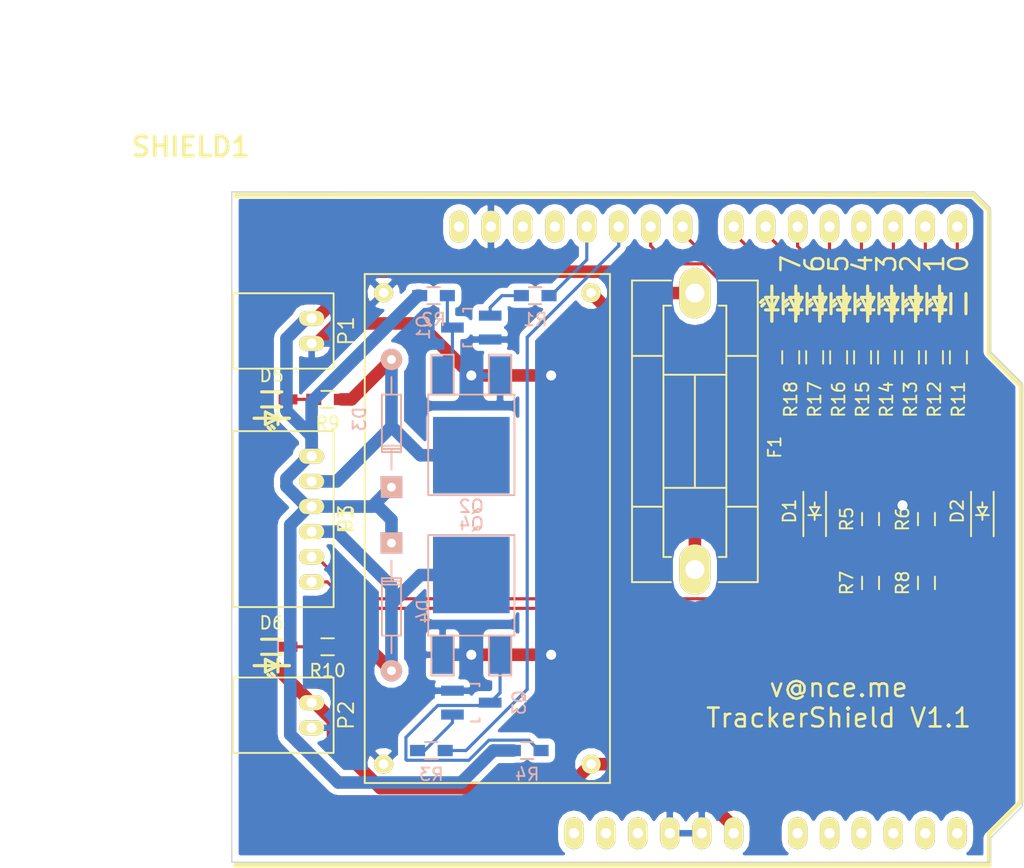
<source format=kicad_pcb>
(kicad_pcb (version 4) (host pcbnew 4.0.1-stable)

  (general
    (links 74)
    (no_connects 0)
    (area 143.75813 46.1296 217.471601 105.4536)
    (thickness 1.6)
    (drawings 20)
    (tracks 192)
    (zones 0)
    (modules 42)
    (nets 47)
  )

  (page A4)
  (layers
    (0 F.Cu signal)
    (31 B.Cu signal)
    (32 B.Adhes user)
    (33 F.Adhes user)
    (34 B.Paste user)
    (35 F.Paste user)
    (36 B.SilkS user)
    (37 F.SilkS user)
    (38 B.Mask user)
    (39 F.Mask user)
    (40 Dwgs.User user)
    (41 Cmts.User user)
    (42 Eco1.User user)
    (43 Eco2.User user)
    (44 Edge.Cuts user)
    (45 Margin user)
    (46 B.CrtYd user)
    (47 F.CrtYd user)
    (48 B.Fab user)
    (49 F.Fab user)
  )

  (setup
    (last_trace_width 0.25)
    (trace_clearance 0.2)
    (zone_clearance 0.508)
    (zone_45_only no)
    (trace_min 0.2)
    (segment_width 0.2)
    (edge_width 0.1)
    (via_size 0.6)
    (via_drill 0.4)
    (via_min_size 0.4)
    (via_min_drill 0.3)
    (uvia_size 0.3)
    (uvia_drill 0.1)
    (uvias_allowed no)
    (uvia_min_size 0.3)
    (uvia_min_drill 0.1)
    (pcb_text_width 0.3)
    (pcb_text_size 1.5 1.5)
    (mod_edge_width 0.15)
    (mod_text_size 1 1)
    (mod_text_width 0.15)
    (pad_size 1.5 1.5)
    (pad_drill 0.6)
    (pad_to_mask_clearance 0)
    (aux_axis_origin 0 0)
    (visible_elements FFFFFF7F)
    (pcbplotparams
      (layerselection 0x010f0_80000001)
      (usegerberextensions true)
      (excludeedgelayer true)
      (linewidth 0.100000)
      (plotframeref false)
      (viasonmask false)
      (mode 1)
      (useauxorigin false)
      (hpglpennumber 1)
      (hpglpenspeed 20)
      (hpglpendiameter 15)
      (hpglpenoverlay 2)
      (psnegative false)
      (psa4output false)
      (plotreference true)
      (plotvalue true)
      (plotinvisibletext false)
      (padsonsilk false)
      (subtractmaskfromsilk false)
      (outputformat 1)
      (mirror false)
      (drillshape 0)
      (scaleselection 1)
      (outputdirectory ""))
  )

  (net 0 "")
  (net 1 "Net-(D1-Pad1)")
  (net 2 GND)
  (net 3 "Net-(D2-Pad1)")
  (net 4 "Net-(D3-Pad2)")
  (net 5 "Net-(D3-Pad1)")
  (net 6 "Net-(D4-Pad2)")
  (net 7 "Net-(F1-Pad2)")
  (net 8 +5VP)
  (net 9 "Net-(P3-Pad5)")
  (net 10 "Net-(P3-Pad6)")
  (net 11 "Net-(Q1-Pad1)")
  (net 12 "Net-(Q1-Pad3)")
  (net 13 "Net-(Q3-Pad1)")
  (net 14 "Net-(Q3-Pad3)")
  (net 15 "Net-(R1-Pad2)")
  (net 16 "Net-(R3-Pad2)")
  (net 17 "Net-(SHIELD1-PadAD5)")
  (net 18 "Net-(SHIELD1-PadAD4)")
  (net 19 "Net-(SHIELD1-PadAD3)")
  (net 20 "Net-(SHIELD1-PadAD0)")
  (net 21 "Net-(SHIELD1-PadAD1)")
  (net 22 "Net-(SHIELD1-PadAD2)")
  (net 23 "Net-(SHIELD1-Pad3V3)")
  (net 24 "Net-(SHIELD1-PadRST)")
  (net 25 "Net-(SHIELD1-Pad12)")
  (net 26 "Net-(SHIELD1-Pad13)")
  (net 27 "Net-(SHIELD1-PadAREF)")
  (net 28 "Net-(SHIELD1-Pad5V)")
  (net 29 "Net-(D5-Pad1)")
  (net 30 "Net-(D6-Pad1)")
  (net 31 "Net-(D7-Pad1)")
  (net 32 "Net-(D7-Pad2)")
  (net 33 "Net-(D8-Pad1)")
  (net 34 "Net-(D8-Pad2)")
  (net 35 "Net-(D9-Pad1)")
  (net 36 "Net-(D9-Pad2)")
  (net 37 "Net-(D10-Pad1)")
  (net 38 "Net-(D10-Pad2)")
  (net 39 "Net-(D11-Pad1)")
  (net 40 "Net-(D11-Pad2)")
  (net 41 "Net-(D12-Pad1)")
  (net 42 "Net-(D12-Pad2)")
  (net 43 "Net-(D13-Pad1)")
  (net 44 "Net-(D13-Pad2)")
  (net 45 "Net-(D14-Pad1)")
  (net 46 "Net-(D14-Pad2)")

  (net_class Default "This is the default net class."
    (clearance 0.2)
    (trace_width 0.25)
    (via_dia 0.6)
    (via_drill 0.4)
    (uvia_dia 0.3)
    (uvia_drill 0.1)
    (add_net "Net-(D1-Pad1)")
    (add_net "Net-(D10-Pad1)")
    (add_net "Net-(D10-Pad2)")
    (add_net "Net-(D11-Pad1)")
    (add_net "Net-(D11-Pad2)")
    (add_net "Net-(D12-Pad1)")
    (add_net "Net-(D12-Pad2)")
    (add_net "Net-(D13-Pad1)")
    (add_net "Net-(D13-Pad2)")
    (add_net "Net-(D14-Pad1)")
    (add_net "Net-(D14-Pad2)")
    (add_net "Net-(D2-Pad1)")
    (add_net "Net-(D5-Pad1)")
    (add_net "Net-(D6-Pad1)")
    (add_net "Net-(D7-Pad1)")
    (add_net "Net-(D7-Pad2)")
    (add_net "Net-(D8-Pad1)")
    (add_net "Net-(D8-Pad2)")
    (add_net "Net-(D9-Pad1)")
    (add_net "Net-(D9-Pad2)")
    (add_net "Net-(P3-Pad5)")
    (add_net "Net-(P3-Pad6)")
    (add_net "Net-(Q1-Pad1)")
    (add_net "Net-(Q1-Pad3)")
    (add_net "Net-(Q3-Pad1)")
    (add_net "Net-(Q3-Pad3)")
    (add_net "Net-(R1-Pad2)")
    (add_net "Net-(R3-Pad2)")
    (add_net "Net-(SHIELD1-Pad12)")
    (add_net "Net-(SHIELD1-Pad13)")
    (add_net "Net-(SHIELD1-Pad3V3)")
    (add_net "Net-(SHIELD1-Pad5V)")
    (add_net "Net-(SHIELD1-PadAD0)")
    (add_net "Net-(SHIELD1-PadAD1)")
    (add_net "Net-(SHIELD1-PadAD2)")
    (add_net "Net-(SHIELD1-PadAD3)")
    (add_net "Net-(SHIELD1-PadAD4)")
    (add_net "Net-(SHIELD1-PadAD5)")
    (add_net "Net-(SHIELD1-PadAREF)")
    (add_net "Net-(SHIELD1-PadRST)")
  )

  (net_class Power ""
    (clearance 0.2)
    (trace_width 1)
    (via_dia 1)
    (via_drill 0.8)
    (uvia_dia 0.3)
    (uvia_drill 0.1)
    (add_net +5VP)
    (add_net GND)
    (add_net "Net-(D3-Pad1)")
    (add_net "Net-(D3-Pad2)")
    (add_net "Net-(D4-Pad2)")
    (add_net "Net-(F1-Pad2)")
  )

  (module Resistors_SMD:R_0603_HandSoldering (layer B.Cu) (tedit 5418A00F) (tstamp 575D9D20)
    (at 170.35 59.69)
    (descr "Resistor SMD 0603, hand soldering")
    (tags "resistor 0603")
    (path /575874E8)
    (attr smd)
    (fp_text reference R2 (at 0 1.9) (layer B.SilkS)
      (effects (font (size 1 1) (thickness 0.15)) (justify mirror))
    )
    (fp_text value 10k (at 0 -1.9) (layer B.Fab)
      (effects (font (size 1 1) (thickness 0.15)) (justify mirror))
    )
    (fp_line (start -2 0.8) (end 2 0.8) (layer B.CrtYd) (width 0.05))
    (fp_line (start -2 -0.8) (end 2 -0.8) (layer B.CrtYd) (width 0.05))
    (fp_line (start -2 0.8) (end -2 -0.8) (layer B.CrtYd) (width 0.05))
    (fp_line (start 2 0.8) (end 2 -0.8) (layer B.CrtYd) (width 0.05))
    (fp_line (start 0.5 -0.675) (end -0.5 -0.675) (layer B.SilkS) (width 0.15))
    (fp_line (start -0.5 0.675) (end 0.5 0.675) (layer B.SilkS) (width 0.15))
    (pad 1 smd rect (at -1.1 0) (size 1.2 0.9) (layers B.Cu B.Paste B.Mask)
      (net 5 "Net-(D3-Pad1)"))
    (pad 2 smd rect (at 1.1 0) (size 1.2 0.9) (layers B.Cu B.Paste B.Mask)
      (net 12 "Net-(Q1-Pad3)"))
    (model Resistors_SMD.3dshapes/R_0603_HandSoldering.wrl
      (at (xyz 0 0 0))
      (scale (xyz 1 1 1))
      (rotate (xyz 0 0 0))
    )
  )

  (module Diodes_SMD:SOD-123 (layer F.Cu) (tedit 5530FCB9) (tstamp 575D9C8F)
    (at 200.66 76.835 90)
    (descr SOD-123)
    (tags SOD-123)
    (path /572791D4)
    (attr smd)
    (fp_text reference D1 (at 0 -2 90) (layer F.SilkS)
      (effects (font (size 1 1) (thickness 0.15)))
    )
    (fp_text value 5.1V (at 0 2.1 90) (layer F.Fab)
      (effects (font (size 1 1) (thickness 0.15)))
    )
    (fp_line (start 0.3175 0) (end 0.6985 0) (layer F.SilkS) (width 0.15))
    (fp_line (start -0.6985 0) (end -0.3175 0) (layer F.SilkS) (width 0.15))
    (fp_line (start -0.3175 0) (end 0.3175 -0.381) (layer F.SilkS) (width 0.15))
    (fp_line (start 0.3175 -0.381) (end 0.3175 0.381) (layer F.SilkS) (width 0.15))
    (fp_line (start 0.3175 0.381) (end -0.3175 0) (layer F.SilkS) (width 0.15))
    (fp_line (start -0.3175 -0.508) (end -0.3175 0.508) (layer F.SilkS) (width 0.15))
    (fp_line (start -2.25 -1.05) (end 2.25 -1.05) (layer F.CrtYd) (width 0.05))
    (fp_line (start 2.25 -1.05) (end 2.25 1.05) (layer F.CrtYd) (width 0.05))
    (fp_line (start 2.25 1.05) (end -2.25 1.05) (layer F.CrtYd) (width 0.05))
    (fp_line (start -2.25 -1.05) (end -2.25 1.05) (layer F.CrtYd) (width 0.05))
    (fp_line (start -2 0.9) (end 1.54 0.9) (layer F.SilkS) (width 0.15))
    (fp_line (start -2 -0.9) (end 1.54 -0.9) (layer F.SilkS) (width 0.15))
    (pad 1 smd rect (at -1.635 0 90) (size 0.91 1.22) (layers F.Cu F.Paste F.Mask)
      (net 1 "Net-(D1-Pad1)"))
    (pad 2 smd rect (at 1.635 0 90) (size 0.91 1.22) (layers F.Cu F.Paste F.Mask)
      (net 2 GND))
  )

  (module Diodes_SMD:SOD-123 (layer F.Cu) (tedit 5530FCB9) (tstamp 575D9CA1)
    (at 213.995 76.835 90)
    (descr SOD-123)
    (tags SOD-123)
    (path /5728F6BA)
    (attr smd)
    (fp_text reference D2 (at 0 -2 90) (layer F.SilkS)
      (effects (font (size 1 1) (thickness 0.15)))
    )
    (fp_text value 5.1V (at 0 2.1 90) (layer F.Fab)
      (effects (font (size 1 1) (thickness 0.15)))
    )
    (fp_line (start 0.3175 0) (end 0.6985 0) (layer F.SilkS) (width 0.15))
    (fp_line (start -0.6985 0) (end -0.3175 0) (layer F.SilkS) (width 0.15))
    (fp_line (start -0.3175 0) (end 0.3175 -0.381) (layer F.SilkS) (width 0.15))
    (fp_line (start 0.3175 -0.381) (end 0.3175 0.381) (layer F.SilkS) (width 0.15))
    (fp_line (start 0.3175 0.381) (end -0.3175 0) (layer F.SilkS) (width 0.15))
    (fp_line (start -0.3175 -0.508) (end -0.3175 0.508) (layer F.SilkS) (width 0.15))
    (fp_line (start -2.25 -1.05) (end 2.25 -1.05) (layer F.CrtYd) (width 0.05))
    (fp_line (start 2.25 -1.05) (end 2.25 1.05) (layer F.CrtYd) (width 0.05))
    (fp_line (start 2.25 1.05) (end -2.25 1.05) (layer F.CrtYd) (width 0.05))
    (fp_line (start -2.25 -1.05) (end -2.25 1.05) (layer F.CrtYd) (width 0.05))
    (fp_line (start -2 0.9) (end 1.54 0.9) (layer F.SilkS) (width 0.15))
    (fp_line (start -2 -0.9) (end 1.54 -0.9) (layer F.SilkS) (width 0.15))
    (pad 1 smd rect (at -1.635 0 90) (size 0.91 1.22) (layers F.Cu F.Paste F.Mask)
      (net 3 "Net-(D2-Pad1)"))
    (pad 2 smd rect (at 1.635 0 90) (size 0.91 1.22) (layers F.Cu F.Paste F.Mask)
      (net 2 GND))
  )

  (module Diodes_ThroughHole:Diode_DO-35_SOD27_Horizontal_RM10 (layer B.Cu) (tedit 552FFC30) (tstamp 575D9CA7)
    (at 167.00246 74.93052 90)
    (descr "Diode, DO-35,  SOD27, Horizontal, RM 10mm")
    (tags "Diode, DO-35, SOD27, Horizontal, RM 10mm, 1N4148,")
    (path /573AEA8E)
    (fp_text reference D3 (at 5.43052 -2.53746 90) (layer B.SilkS)
      (effects (font (size 1 1) (thickness 0.15)) (justify mirror))
    )
    (fp_text value D (at 4.41452 3.55854 90) (layer B.Fab)
      (effects (font (size 1 1) (thickness 0.15)) (justify mirror))
    )
    (fp_line (start 7.36652 0.00254) (end 8.76352 0.00254) (layer B.SilkS) (width 0.15))
    (fp_line (start 2.92152 0.00254) (end 1.39752 0.00254) (layer B.SilkS) (width 0.15))
    (fp_line (start 3.30252 0.76454) (end 3.30252 -0.75946) (layer B.SilkS) (width 0.15))
    (fp_line (start 3.04852 0.76454) (end 3.04852 -0.75946) (layer B.SilkS) (width 0.15))
    (fp_line (start 2.79452 0.00254) (end 2.79452 -0.75946) (layer B.SilkS) (width 0.15))
    (fp_line (start 2.79452 -0.75946) (end 7.36652 -0.75946) (layer B.SilkS) (width 0.15))
    (fp_line (start 7.36652 -0.75946) (end 7.36652 0.76454) (layer B.SilkS) (width 0.15))
    (fp_line (start 7.36652 0.76454) (end 2.79452 0.76454) (layer B.SilkS) (width 0.15))
    (fp_line (start 2.79452 0.76454) (end 2.79452 0.00254) (layer B.SilkS) (width 0.15))
    (pad 2 thru_hole circle (at 10.16052 0.00254 270) (size 1.69926 1.69926) (drill 0.70104) (layers *.Cu *.Mask B.SilkS)
      (net 4 "Net-(D3-Pad2)"))
    (pad 1 thru_hole rect (at 0.00052 0.00254 270) (size 1.69926 1.69926) (drill 0.70104) (layers *.Cu *.Mask B.SilkS)
      (net 5 "Net-(D3-Pad1)"))
    (model Diodes_ThroughHole.3dshapes/Diode_DO-35_SOD27_Horizontal_RM10.wrl
      (at (xyz 0.2 0 0))
      (scale (xyz 0.4 0.4 0.4))
      (rotate (xyz 0 0 180))
    )
  )

  (module Diodes_ThroughHole:Diode_DO-35_SOD27_Horizontal_RM10 (layer B.Cu) (tedit 552FFC30) (tstamp 575D9CAD)
    (at 167.00754 79.37448 270)
    (descr "Diode, DO-35,  SOD27, Horizontal, RM 10mm")
    (tags "Diode, DO-35, SOD27, Horizontal, RM 10mm, 1N4148,")
    (path /573AEB03)
    (fp_text reference D4 (at 5.43052 -2.53746 270) (layer B.SilkS)
      (effects (font (size 1 1) (thickness 0.15)) (justify mirror))
    )
    (fp_text value D (at 4.41452 3.55854 270) (layer B.Fab)
      (effects (font (size 1 1) (thickness 0.15)) (justify mirror))
    )
    (fp_line (start 7.36652 0.00254) (end 8.76352 0.00254) (layer B.SilkS) (width 0.15))
    (fp_line (start 2.92152 0.00254) (end 1.39752 0.00254) (layer B.SilkS) (width 0.15))
    (fp_line (start 3.30252 0.76454) (end 3.30252 -0.75946) (layer B.SilkS) (width 0.15))
    (fp_line (start 3.04852 0.76454) (end 3.04852 -0.75946) (layer B.SilkS) (width 0.15))
    (fp_line (start 2.79452 0.00254) (end 2.79452 -0.75946) (layer B.SilkS) (width 0.15))
    (fp_line (start 2.79452 -0.75946) (end 7.36652 -0.75946) (layer B.SilkS) (width 0.15))
    (fp_line (start 7.36652 -0.75946) (end 7.36652 0.76454) (layer B.SilkS) (width 0.15))
    (fp_line (start 7.36652 0.76454) (end 2.79452 0.76454) (layer B.SilkS) (width 0.15))
    (fp_line (start 2.79452 0.76454) (end 2.79452 0.00254) (layer B.SilkS) (width 0.15))
    (pad 2 thru_hole circle (at 10.16052 0.00254 90) (size 1.69926 1.69926) (drill 0.70104) (layers *.Cu *.Mask B.SilkS)
      (net 6 "Net-(D4-Pad2)"))
    (pad 1 thru_hole rect (at 0.00052 0.00254 90) (size 1.69926 1.69926) (drill 0.70104) (layers *.Cu *.Mask B.SilkS)
      (net 5 "Net-(D3-Pad1)"))
    (model Diodes_ThroughHole.3dshapes/Diode_DO-35_SOD27_Horizontal_RM10.wrl
      (at (xyz 0.2 0 0))
      (scale (xyz 0.4 0.4 0.4))
      (rotate (xyz 0 0 180))
    )
  )

  (module Fuse_Holders_and_Fuses:Fuseholder5x20_horiz_SemiClosed_Casing10x25mm (layer F.Cu) (tedit 0) (tstamp 575D9CC6)
    (at 191.135 70.485 270)
    (descr "Fuseholder, 5x20, Semi closed, horizontal, Casing 10x25mm,")
    (tags "Fuseholder, 5x20, Semi closed, horizontal, Casing 10x25mm, Sicherungshalter, halbgeschlossen,")
    (path /57276F06)
    (fp_text reference F1 (at 1.27 -6.35 270) (layer F.SilkS)
      (effects (font (size 1 1) (thickness 0.15)))
    )
    (fp_text value FUSE (at 1.27 7.62 270) (layer F.Fab)
      (effects (font (size 1 1) (thickness 0.15)))
    )
    (fp_line (start -5.99948 -2.49936) (end -5.99948 -5.00126) (layer F.SilkS) (width 0.15))
    (fp_line (start -5.99948 5.00126) (end -5.99948 2.49936) (layer F.SilkS) (width 0.15))
    (fp_line (start 5.99948 5.00126) (end 5.99948 2.49936) (layer F.SilkS) (width 0.15))
    (fp_line (start 5.99948 -5.00126) (end 5.99948 -2.49936) (layer F.SilkS) (width 0.15))
    (fp_line (start -4.50088 0) (end 4.50088 0) (layer F.SilkS) (width 0.15))
    (fp_line (start -4.50088 -2.49936) (end -4.50088 2.49936) (layer F.SilkS) (width 0.15))
    (fp_line (start 4.50088 -2.49936) (end 4.50088 2.49936) (layer F.SilkS) (width 0.15))
    (fp_line (start 9.99998 -1.89992) (end 9.99998 -2.49936) (layer F.SilkS) (width 0.15))
    (fp_line (start -9.99998 1.89992) (end -9.99998 2.49936) (layer F.SilkS) (width 0.15))
    (fp_line (start -9.99998 2.49936) (end 9.99998 2.49936) (layer F.SilkS) (width 0.15))
    (fp_line (start 9.99998 2.49936) (end 9.99998 1.89992) (layer F.SilkS) (width 0.15))
    (fp_line (start 9.99998 -2.49936) (end -9.99998 -2.49936) (layer F.SilkS) (width 0.15))
    (fp_line (start -9.99998 -2.49936) (end -9.99998 -1.89992) (layer F.SilkS) (width 0.15))
    (fp_line (start 11.99896 -1.89992) (end 11.99896 -5.00126) (layer F.SilkS) (width 0.15))
    (fp_line (start -11.99896 1.89992) (end -11.99896 5.00126) (layer F.SilkS) (width 0.15))
    (fp_line (start -11.99896 5.00126) (end 11.99896 5.00126) (layer F.SilkS) (width 0.15))
    (fp_line (start 11.99896 5.00126) (end 11.99896 1.89992) (layer F.SilkS) (width 0.15))
    (fp_line (start 11.99896 -5.00126) (end -11.99896 -5.00126) (layer F.SilkS) (width 0.15))
    (fp_line (start -11.99896 -5.00126) (end -11.99896 -1.89992) (layer F.SilkS) (width 0.15))
    (pad 2 thru_hole oval (at 11.00074 0 180) (size 2.49936 4.0005) (drill 1.50114) (layers *.Cu *.Mask F.SilkS)
      (net 7 "Net-(F1-Pad2)"))
    (pad 1 thru_hole oval (at -11.00074 0 180) (size 2.49936 4.0005) (drill 1.50114) (layers *.Cu *.Mask F.SilkS)
      (net 5 "Net-(D3-Pad1)"))
  )

  (module JST-RA:JST-2RA (layer F.Cu) (tedit 56E9DAAA) (tstamp 575D9CD2)
    (at 160.655 62.5 270)
    (path /57277051)
    (fp_text reference P1 (at 0 -2.75 270) (layer F.SilkS)
      (effects (font (size 1.2 1.2) (thickness 0.15)))
    )
    (fp_text value PWR_IN (at 0 4.25 270) (layer F.Fab)
      (effects (font (size 1.2 1.2) (thickness 0.15)))
    )
    (fp_line (start 3 1.25) (end 3 -1.75) (layer F.SilkS) (width 0.15))
    (fp_line (start -3 1.25) (end -3 -1.75) (layer F.SilkS) (width 0.15))
    (fp_line (start -3 1.25) (end -3 6.25) (layer F.SilkS) (width 0.15))
    (fp_line (start -3 6.25) (end 3 6.25) (layer F.SilkS) (width 0.15))
    (fp_line (start 3 6.25) (end 3 1.25) (layer F.SilkS) (width 0.15))
    (fp_line (start -2.95 -1.75) (end 2.95 -1.75) (layer F.SilkS) (width 0.15))
    (pad 1 thru_hole oval (at -1 0 270) (size 1.2 2) (drill 0.8) (layers *.Cu *.Mask F.SilkS)
      (net 5 "Net-(D3-Pad1)"))
    (pad 2 thru_hole oval (at 1 0 270) (size 1.2 2) (drill 0.8) (layers *.Cu *.Mask F.SilkS)
      (net 2 GND))
  )

  (module JST-RA:JST-2RA (layer F.Cu) (tedit 56E9DAAA) (tstamp 575D9CDE)
    (at 160.655 93.075 270)
    (path /57277006)
    (fp_text reference P2 (at 0 -2.75 270) (layer F.SilkS)
      (effects (font (size 1.2 1.2) (thickness 0.15)))
    )
    (fp_text value PWR_OUT (at 0 4.25 270) (layer F.Fab)
      (effects (font (size 1.2 1.2) (thickness 0.15)))
    )
    (fp_line (start 3 1.25) (end 3 -1.75) (layer F.SilkS) (width 0.15))
    (fp_line (start -3 1.25) (end -3 -1.75) (layer F.SilkS) (width 0.15))
    (fp_line (start -3 1.25) (end -3 6.25) (layer F.SilkS) (width 0.15))
    (fp_line (start -3 6.25) (end 3 6.25) (layer F.SilkS) (width 0.15))
    (fp_line (start 3 6.25) (end 3 1.25) (layer F.SilkS) (width 0.15))
    (fp_line (start -2.95 -1.75) (end 2.95 -1.75) (layer F.SilkS) (width 0.15))
    (pad 1 thru_hole oval (at -1 0 270) (size 1.2 2) (drill 0.8) (layers *.Cu *.Mask F.SilkS)
      (net 8 +5VP))
    (pad 2 thru_hole oval (at 1 0 270) (size 1.2 2) (drill 0.8) (layers *.Cu *.Mask F.SilkS)
      (net 2 GND))
  )

  (module JST-RA:JST-6RA (layer F.Cu) (tedit 56E9E295) (tstamp 575D9CEC)
    (at 160.655 77.47 270)
    (path /57276FB8)
    (fp_text reference P3 (at 0 -2.75 270) (layer F.SilkS)
      (effects (font (size 1.2 1.2) (thickness 0.15)))
    )
    (fp_text value MAIN_IO (at 0.25 4.25 270) (layer F.Fab)
      (effects (font (size 1.2 1.2) (thickness 0.15)))
    )
    (fp_line (start -7 6.25) (end -7 -1.75) (layer F.SilkS) (width 0.15))
    (fp_line (start 7 6.25) (end -7 6.25) (layer F.SilkS) (width 0.15))
    (fp_line (start 7 -1.75) (end 7 6.25) (layer F.SilkS) (width 0.15))
    (fp_line (start -7 -1.75) (end 7 -1.75) (layer F.SilkS) (width 0.15))
    (pad 1 thru_hole oval (at -5 0 270) (size 1.2 2) (drill 0.8) (layers *.Cu *.Mask F.SilkS)
      (net 5 "Net-(D3-Pad1)"))
    (pad 2 thru_hole oval (at -3 0 270) (size 1.2 2) (drill 0.8) (layers *.Cu *.Mask F.SilkS)
      (net 4 "Net-(D3-Pad2)"))
    (pad 3 thru_hole oval (at -1 0 270) (size 1.2 2) (drill 0.8) (layers *.Cu *.Mask F.SilkS)
      (net 5 "Net-(D3-Pad1)"))
    (pad 4 thru_hole oval (at 1 0 270) (size 1.2 2) (drill 0.8) (layers *.Cu *.Mask F.SilkS)
      (net 6 "Net-(D4-Pad2)"))
    (pad 5 thru_hole oval (at 3 0 270) (size 1.2 2) (drill 0.8) (layers *.Cu *.Mask F.SilkS)
      (net 9 "Net-(P3-Pad5)"))
    (pad 6 thru_hole oval (at 5 0 270) (size 1.2 2) (drill 0.8) (layers *.Cu *.Mask F.SilkS)
      (net 10 "Net-(P3-Pad6)"))
  )

  (module TO_SOT_Packages_SMD:SOT-23_Handsoldering (layer B.Cu) (tedit 54E9291B) (tstamp 575D9CF3)
    (at 173.355 62.23 270)
    (descr "SOT-23, Handsoldering")
    (tags SOT-23)
    (path /57586FC4)
    (attr smd)
    (fp_text reference Q1 (at 0 3.81 270) (layer B.SilkS)
      (effects (font (size 1 1) (thickness 0.15)) (justify mirror))
    )
    (fp_text value BC848B (at 0 -3.81 270) (layer B.Fab)
      (effects (font (size 1 1) (thickness 0.15)) (justify mirror))
    )
    (fp_line (start -1.49982 -0.0508) (end -1.49982 0.65024) (layer B.SilkS) (width 0.15))
    (fp_line (start -1.49982 0.65024) (end -1.2509 0.65024) (layer B.SilkS) (width 0.15))
    (fp_line (start 1.29916 0.65024) (end 1.49982 0.65024) (layer B.SilkS) (width 0.15))
    (fp_line (start 1.49982 0.65024) (end 1.49982 -0.0508) (layer B.SilkS) (width 0.15))
    (pad 1 smd rect (at -0.95 -1.50114 270) (size 0.8001 1.80086) (layers B.Cu B.Paste B.Mask)
      (net 11 "Net-(Q1-Pad1)"))
    (pad 2 smd rect (at 0.95 -1.50114 270) (size 0.8001 1.80086) (layers B.Cu B.Paste B.Mask)
      (net 2 GND))
    (pad 3 smd rect (at 0 1.50114 270) (size 0.8001 1.80086) (layers B.Cu B.Paste B.Mask)
      (net 12 "Net-(Q1-Pad3)"))
    (model TO_SOT_Packages_SMD.3dshapes/SOT-23_Handsoldering.wrl
      (at (xyz 0 0 0))
      (scale (xyz 1 1 1))
      (rotate (xyz 0 0 0))
    )
  )

  (module TO_SOT_Packages_SMD:TO-252-2Lead (layer B.Cu) (tedit 0) (tstamp 575D9CFA)
    (at 173.355 66.04)
    (descr "DPAK / TO-252 2-lead smd package")
    (tags "dpak TO-252")
    (path /57587F6E)
    (attr smd)
    (fp_text reference Q2 (at 0 10.414) (layer B.SilkS)
      (effects (font (size 1 1) (thickness 0.15)) (justify mirror))
    )
    (fp_text value Std12nf06lt4 (at 0 2.413) (layer B.Fab)
      (effects (font (size 1 1) (thickness 0.15)) (justify mirror))
    )
    (fp_line (start 1.397 1.524) (end 1.397 -1.651) (layer B.SilkS) (width 0.15))
    (fp_line (start 1.397 -1.651) (end 3.175 -1.651) (layer B.SilkS) (width 0.15))
    (fp_line (start 3.175 -1.651) (end 3.175 1.524) (layer B.SilkS) (width 0.15))
    (fp_line (start -3.175 1.524) (end -3.175 -1.651) (layer B.SilkS) (width 0.15))
    (fp_line (start -3.175 -1.651) (end -1.397 -1.651) (layer B.SilkS) (width 0.15))
    (fp_line (start -1.397 -1.651) (end -1.397 1.524) (layer B.SilkS) (width 0.15))
    (fp_line (start 3.429 7.62) (end 3.429 1.524) (layer B.SilkS) (width 0.15))
    (fp_line (start 3.429 1.524) (end -3.429 1.524) (layer B.SilkS) (width 0.15))
    (fp_line (start -3.429 1.524) (end -3.429 9.398) (layer B.SilkS) (width 0.15))
    (fp_line (start -3.429 9.525) (end 3.429 9.525) (layer B.SilkS) (width 0.15))
    (fp_line (start 3.429 9.398) (end 3.429 7.62) (layer B.SilkS) (width 0.15))
    (pad 1 smd rect (at -2.286 0) (size 1.651 3.048) (layers B.Cu B.Paste B.Mask)
      (net 12 "Net-(Q1-Pad3)"))
    (pad 2 smd rect (at 0 6.35) (size 6.096 6.096) (layers B.Cu B.Paste B.Mask)
      (net 4 "Net-(D3-Pad2)"))
    (pad 3 smd rect (at 2.286 0) (size 1.651 3.048) (layers B.Cu B.Paste B.Mask)
      (net 2 GND))
    (model TO_SOT_Packages_SMD.3dshapes/TO-252-2Lead.wrl
      (at (xyz 0 0 0))
      (scale (xyz 1 1 1))
      (rotate (xyz 0 0 0))
    )
  )

  (module TO_SOT_Packages_SMD:SOT-23_Handsoldering (layer B.Cu) (tedit 54E9291B) (tstamp 575D9D01)
    (at 173.355 92.075 90)
    (descr "SOT-23, Handsoldering")
    (tags SOT-23)
    (path /57588E1B)
    (attr smd)
    (fp_text reference Q3 (at 0 3.81 90) (layer B.SilkS)
      (effects (font (size 1 1) (thickness 0.15)) (justify mirror))
    )
    (fp_text value BC848B (at 0 -3.81 90) (layer B.Fab)
      (effects (font (size 1 1) (thickness 0.15)) (justify mirror))
    )
    (fp_line (start -1.49982 -0.0508) (end -1.49982 0.65024) (layer B.SilkS) (width 0.15))
    (fp_line (start -1.49982 0.65024) (end -1.2509 0.65024) (layer B.SilkS) (width 0.15))
    (fp_line (start 1.29916 0.65024) (end 1.49982 0.65024) (layer B.SilkS) (width 0.15))
    (fp_line (start 1.49982 0.65024) (end 1.49982 -0.0508) (layer B.SilkS) (width 0.15))
    (pad 1 smd rect (at -0.95 -1.50114 90) (size 0.8001 1.80086) (layers B.Cu B.Paste B.Mask)
      (net 13 "Net-(Q3-Pad1)"))
    (pad 2 smd rect (at 0.95 -1.50114 90) (size 0.8001 1.80086) (layers B.Cu B.Paste B.Mask)
      (net 2 GND))
    (pad 3 smd rect (at 0 1.50114 90) (size 0.8001 1.80086) (layers B.Cu B.Paste B.Mask)
      (net 14 "Net-(Q3-Pad3)"))
    (model TO_SOT_Packages_SMD.3dshapes/SOT-23_Handsoldering.wrl
      (at (xyz 0 0 0))
      (scale (xyz 1 1 1))
      (rotate (xyz 0 0 0))
    )
  )

  (module TO_SOT_Packages_SMD:TO-252-2Lead (layer B.Cu) (tedit 0) (tstamp 575D9D08)
    (at 173.355 88.265 180)
    (descr "DPAK / TO-252 2-lead smd package")
    (tags "dpak TO-252")
    (path /57588E33)
    (attr smd)
    (fp_text reference Q4 (at 0 10.414 180) (layer B.SilkS)
      (effects (font (size 1 1) (thickness 0.15)) (justify mirror))
    )
    (fp_text value Std12nf06lt4 (at 0 2.413 180) (layer B.Fab)
      (effects (font (size 1 1) (thickness 0.15)) (justify mirror))
    )
    (fp_line (start 1.397 1.524) (end 1.397 -1.651) (layer B.SilkS) (width 0.15))
    (fp_line (start 1.397 -1.651) (end 3.175 -1.651) (layer B.SilkS) (width 0.15))
    (fp_line (start 3.175 -1.651) (end 3.175 1.524) (layer B.SilkS) (width 0.15))
    (fp_line (start -3.175 1.524) (end -3.175 -1.651) (layer B.SilkS) (width 0.15))
    (fp_line (start -3.175 -1.651) (end -1.397 -1.651) (layer B.SilkS) (width 0.15))
    (fp_line (start -1.397 -1.651) (end -1.397 1.524) (layer B.SilkS) (width 0.15))
    (fp_line (start 3.429 7.62) (end 3.429 1.524) (layer B.SilkS) (width 0.15))
    (fp_line (start 3.429 1.524) (end -3.429 1.524) (layer B.SilkS) (width 0.15))
    (fp_line (start -3.429 1.524) (end -3.429 9.398) (layer B.SilkS) (width 0.15))
    (fp_line (start -3.429 9.525) (end 3.429 9.525) (layer B.SilkS) (width 0.15))
    (fp_line (start 3.429 9.398) (end 3.429 7.62) (layer B.SilkS) (width 0.15))
    (pad 1 smd rect (at -2.286 0 180) (size 1.651 3.048) (layers B.Cu B.Paste B.Mask)
      (net 14 "Net-(Q3-Pad3)"))
    (pad 2 smd rect (at 0 6.35 180) (size 6.096 6.096) (layers B.Cu B.Paste B.Mask)
      (net 6 "Net-(D4-Pad2)"))
    (pad 3 smd rect (at 2.286 0 180) (size 1.651 3.048) (layers B.Cu B.Paste B.Mask)
      (net 2 GND))
    (model TO_SOT_Packages_SMD.3dshapes/TO-252-2Lead.wrl
      (at (xyz 0 0 0))
      (scale (xyz 1 1 1))
      (rotate (xyz 0 0 0))
    )
  )

  (module Resistors_SMD:R_0603_HandSoldering (layer B.Cu) (tedit 5418A00F) (tstamp 575D9D14)
    (at 178.435 59.69)
    (descr "Resistor SMD 0603, hand soldering")
    (tags "resistor 0603")
    (path /57587A2F)
    (attr smd)
    (fp_text reference R1 (at 0 1.9) (layer B.SilkS)
      (effects (font (size 1 1) (thickness 0.15)) (justify mirror))
    )
    (fp_text value 10k (at 0 -1.9) (layer B.Fab)
      (effects (font (size 1 1) (thickness 0.15)) (justify mirror))
    )
    (fp_line (start -2 0.8) (end 2 0.8) (layer B.CrtYd) (width 0.05))
    (fp_line (start -2 -0.8) (end 2 -0.8) (layer B.CrtYd) (width 0.05))
    (fp_line (start -2 0.8) (end -2 -0.8) (layer B.CrtYd) (width 0.05))
    (fp_line (start 2 0.8) (end 2 -0.8) (layer B.CrtYd) (width 0.05))
    (fp_line (start 0.5 -0.675) (end -0.5 -0.675) (layer B.SilkS) (width 0.15))
    (fp_line (start -0.5 0.675) (end 0.5 0.675) (layer B.SilkS) (width 0.15))
    (pad 1 smd rect (at -1.1 0) (size 1.2 0.9) (layers B.Cu B.Paste B.Mask)
      (net 11 "Net-(Q1-Pad1)"))
    (pad 2 smd rect (at 1.1 0) (size 1.2 0.9) (layers B.Cu B.Paste B.Mask)
      (net 15 "Net-(R1-Pad2)"))
    (model Resistors_SMD.3dshapes/R_0603_HandSoldering.wrl
      (at (xyz 0 0 0))
      (scale (xyz 1 1 1))
      (rotate (xyz 0 0 0))
    )
  )

  (module Resistors_SMD:R_0603_HandSoldering (layer B.Cu) (tedit 5418A00F) (tstamp 575D9D2C)
    (at 170.18 95.885)
    (descr "Resistor SMD 0603, hand soldering")
    (tags "resistor 0603")
    (path /57588E2D)
    (attr smd)
    (fp_text reference R3 (at 0 1.9) (layer B.SilkS)
      (effects (font (size 1 1) (thickness 0.15)) (justify mirror))
    )
    (fp_text value 10k (at 0 -1.9) (layer B.Fab)
      (effects (font (size 1 1) (thickness 0.15)) (justify mirror))
    )
    (fp_line (start -2 0.8) (end 2 0.8) (layer B.CrtYd) (width 0.05))
    (fp_line (start -2 -0.8) (end 2 -0.8) (layer B.CrtYd) (width 0.05))
    (fp_line (start -2 0.8) (end -2 -0.8) (layer B.CrtYd) (width 0.05))
    (fp_line (start 2 0.8) (end 2 -0.8) (layer B.CrtYd) (width 0.05))
    (fp_line (start 0.5 -0.675) (end -0.5 -0.675) (layer B.SilkS) (width 0.15))
    (fp_line (start -0.5 0.675) (end 0.5 0.675) (layer B.SilkS) (width 0.15))
    (pad 1 smd rect (at -1.1 0) (size 1.2 0.9) (layers B.Cu B.Paste B.Mask)
      (net 13 "Net-(Q3-Pad1)"))
    (pad 2 smd rect (at 1.1 0) (size 1.2 0.9) (layers B.Cu B.Paste B.Mask)
      (net 16 "Net-(R3-Pad2)"))
    (model Resistors_SMD.3dshapes/R_0603_HandSoldering.wrl
      (at (xyz 0 0 0))
      (scale (xyz 1 1 1))
      (rotate (xyz 0 0 0))
    )
  )

  (module Resistors_SMD:R_0603_HandSoldering (layer B.Cu) (tedit 5418A00F) (tstamp 575D9D38)
    (at 177.8 95.885)
    (descr "Resistor SMD 0603, hand soldering")
    (tags "resistor 0603")
    (path /57588E21)
    (attr smd)
    (fp_text reference R4 (at 0 1.9) (layer B.SilkS)
      (effects (font (size 1 1) (thickness 0.15)) (justify mirror))
    )
    (fp_text value 10k (at 0 -1.9) (layer B.Fab)
      (effects (font (size 1 1) (thickness 0.15)) (justify mirror))
    )
    (fp_line (start -2 0.8) (end 2 0.8) (layer B.CrtYd) (width 0.05))
    (fp_line (start -2 -0.8) (end 2 -0.8) (layer B.CrtYd) (width 0.05))
    (fp_line (start -2 0.8) (end -2 -0.8) (layer B.CrtYd) (width 0.05))
    (fp_line (start 2 0.8) (end 2 -0.8) (layer B.CrtYd) (width 0.05))
    (fp_line (start 0.5 -0.675) (end -0.5 -0.675) (layer B.SilkS) (width 0.15))
    (fp_line (start -0.5 0.675) (end 0.5 0.675) (layer B.SilkS) (width 0.15))
    (pad 1 smd rect (at -1.1 0) (size 1.2 0.9) (layers B.Cu B.Paste B.Mask)
      (net 5 "Net-(D3-Pad1)"))
    (pad 2 smd rect (at 1.1 0) (size 1.2 0.9) (layers B.Cu B.Paste B.Mask)
      (net 14 "Net-(Q3-Pad3)"))
    (model Resistors_SMD.3dshapes/R_0603_HandSoldering.wrl
      (at (xyz 0 0 0))
      (scale (xyz 1 1 1))
      (rotate (xyz 0 0 0))
    )
  )

  (module Resistors_SMD:R_0603_HandSoldering (layer F.Cu) (tedit 5418A00F) (tstamp 575D9D44)
    (at 205.105 77.47 90)
    (descr "Resistor SMD 0603, hand soldering")
    (tags "resistor 0603")
    (path /57279172)
    (attr smd)
    (fp_text reference R5 (at 0 -1.9 90) (layer F.SilkS)
      (effects (font (size 1 1) (thickness 0.15)))
    )
    (fp_text value 3k3 (at 0 1.9 90) (layer F.Fab)
      (effects (font (size 1 1) (thickness 0.15)))
    )
    (fp_line (start -2 -0.8) (end 2 -0.8) (layer F.CrtYd) (width 0.05))
    (fp_line (start -2 0.8) (end 2 0.8) (layer F.CrtYd) (width 0.05))
    (fp_line (start -2 -0.8) (end -2 0.8) (layer F.CrtYd) (width 0.05))
    (fp_line (start 2 -0.8) (end 2 0.8) (layer F.CrtYd) (width 0.05))
    (fp_line (start 0.5 0.675) (end -0.5 0.675) (layer F.SilkS) (width 0.15))
    (fp_line (start -0.5 -0.675) (end 0.5 -0.675) (layer F.SilkS) (width 0.15))
    (pad 1 smd rect (at -1.1 0 90) (size 1.2 0.9) (layers F.Cu F.Paste F.Mask)
      (net 1 "Net-(D1-Pad1)"))
    (pad 2 smd rect (at 1.1 0 90) (size 1.2 0.9) (layers F.Cu F.Paste F.Mask)
      (net 2 GND))
    (model Resistors_SMD.3dshapes/R_0603_HandSoldering.wrl
      (at (xyz 0 0 0))
      (scale (xyz 1 1 1))
      (rotate (xyz 0 0 0))
    )
  )

  (module Resistors_SMD:R_0603_HandSoldering (layer F.Cu) (tedit 5418A00F) (tstamp 575D9D50)
    (at 209.55 77.47 90)
    (descr "Resistor SMD 0603, hand soldering")
    (tags "resistor 0603")
    (path /5728F6B4)
    (attr smd)
    (fp_text reference R6 (at 0 -1.9 90) (layer F.SilkS)
      (effects (font (size 1 1) (thickness 0.15)))
    )
    (fp_text value 3k3 (at 0 1.9 90) (layer F.Fab)
      (effects (font (size 1 1) (thickness 0.15)))
    )
    (fp_line (start -2 -0.8) (end 2 -0.8) (layer F.CrtYd) (width 0.05))
    (fp_line (start -2 0.8) (end 2 0.8) (layer F.CrtYd) (width 0.05))
    (fp_line (start -2 -0.8) (end -2 0.8) (layer F.CrtYd) (width 0.05))
    (fp_line (start 2 -0.8) (end 2 0.8) (layer F.CrtYd) (width 0.05))
    (fp_line (start 0.5 0.675) (end -0.5 0.675) (layer F.SilkS) (width 0.15))
    (fp_line (start -0.5 -0.675) (end 0.5 -0.675) (layer F.SilkS) (width 0.15))
    (pad 1 smd rect (at -1.1 0 90) (size 1.2 0.9) (layers F.Cu F.Paste F.Mask)
      (net 3 "Net-(D2-Pad1)"))
    (pad 2 smd rect (at 1.1 0 90) (size 1.2 0.9) (layers F.Cu F.Paste F.Mask)
      (net 2 GND))
    (model Resistors_SMD.3dshapes/R_0603_HandSoldering.wrl
      (at (xyz 0 0 0))
      (scale (xyz 1 1 1))
      (rotate (xyz 0 0 0))
    )
  )

  (module Resistors_SMD:R_0603_HandSoldering (layer F.Cu) (tedit 5418A00F) (tstamp 575D9D5C)
    (at 205.105 82.55 90)
    (descr "Resistor SMD 0603, hand soldering")
    (tags "resistor 0603")
    (path /5727912E)
    (attr smd)
    (fp_text reference R7 (at 0 -1.9 90) (layer F.SilkS)
      (effects (font (size 1 1) (thickness 0.15)))
    )
    (fp_text value 10k (at 0 1.9 90) (layer F.Fab)
      (effects (font (size 1 1) (thickness 0.15)))
    )
    (fp_line (start -2 -0.8) (end 2 -0.8) (layer F.CrtYd) (width 0.05))
    (fp_line (start -2 0.8) (end 2 0.8) (layer F.CrtYd) (width 0.05))
    (fp_line (start -2 -0.8) (end -2 0.8) (layer F.CrtYd) (width 0.05))
    (fp_line (start 2 -0.8) (end 2 0.8) (layer F.CrtYd) (width 0.05))
    (fp_line (start 0.5 0.675) (end -0.5 0.675) (layer F.SilkS) (width 0.15))
    (fp_line (start -0.5 -0.675) (end 0.5 -0.675) (layer F.SilkS) (width 0.15))
    (pad 1 smd rect (at -1.1 0 90) (size 1.2 0.9) (layers F.Cu F.Paste F.Mask)
      (net 9 "Net-(P3-Pad5)"))
    (pad 2 smd rect (at 1.1 0 90) (size 1.2 0.9) (layers F.Cu F.Paste F.Mask)
      (net 1 "Net-(D1-Pad1)"))
    (model Resistors_SMD.3dshapes/R_0603_HandSoldering.wrl
      (at (xyz 0 0 0))
      (scale (xyz 1 1 1))
      (rotate (xyz 0 0 0))
    )
  )

  (module Resistors_SMD:R_0603_HandSoldering (layer F.Cu) (tedit 5418A00F) (tstamp 575D9D68)
    (at 209.55 82.55 90)
    (descr "Resistor SMD 0603, hand soldering")
    (tags "resistor 0603")
    (path /5728F6AE)
    (attr smd)
    (fp_text reference R8 (at 0 -1.9 90) (layer F.SilkS)
      (effects (font (size 1 1) (thickness 0.15)))
    )
    (fp_text value 10k (at 0 1.9 90) (layer F.Fab)
      (effects (font (size 1 1) (thickness 0.15)))
    )
    (fp_line (start -2 -0.8) (end 2 -0.8) (layer F.CrtYd) (width 0.05))
    (fp_line (start -2 0.8) (end 2 0.8) (layer F.CrtYd) (width 0.05))
    (fp_line (start -2 -0.8) (end -2 0.8) (layer F.CrtYd) (width 0.05))
    (fp_line (start 2 -0.8) (end 2 0.8) (layer F.CrtYd) (width 0.05))
    (fp_line (start 0.5 0.675) (end -0.5 0.675) (layer F.SilkS) (width 0.15))
    (fp_line (start -0.5 -0.675) (end 0.5 -0.675) (layer F.SilkS) (width 0.15))
    (pad 1 smd rect (at -1.1 0 90) (size 1.2 0.9) (layers F.Cu F.Paste F.Mask)
      (net 10 "Net-(P3-Pad6)"))
    (pad 2 smd rect (at 1.1 0 90) (size 1.2 0.9) (layers F.Cu F.Paste F.Mask)
      (net 3 "Net-(D2-Pad1)"))
    (model Resistors_SMD.3dshapes/R_0603_HandSoldering.wrl
      (at (xyz 0 0 0))
      (scale (xyz 1 1 1))
      (rotate (xyz 0 0 0))
    )
  )

  (module ArduinoShieldShort:ARDUINO_SHIELD_SHORT (layer F.Cu) (tedit 575D9843) (tstamp 575D9D90)
    (at 148.5011 105.0036)
    (path /57276969)
    (fp_text reference SHIELD1 (at 2.54 -57.15) (layer F.SilkS)
      (effects (font (thickness 0.3048)))
    )
    (fp_text value ARDUINO_SHIELD (at 5.08 -54.61) (layer F.SilkS) hide
      (effects (font (thickness 0.3048)))
    )
    (fp_line (start 66.04 -40.64) (end 66.04 -52.07) (layer F.SilkS) (width 0.381))
    (fp_line (start 66.04 -52.07) (end 64.77 -53.34) (layer F.SilkS) (width 0.381))
    (fp_line (start 64.77 -53.34) (end 6.1 -53.3) (layer F.SilkS) (width 0.381))
    (fp_line (start 66.04 0) (end 6.1 0) (layer F.SilkS) (width 0.381))
    (fp_line (start 66.04 -40.64) (end 68.58 -38.1) (layer F.SilkS) (width 0.381))
    (fp_line (start 68.58 -38.1) (end 68.58 -5.08) (layer F.SilkS) (width 0.381))
    (fp_line (start 68.58 -5.08) (end 66.04 -2.54) (layer F.SilkS) (width 0.381))
    (fp_line (start 66.04 -2.54) (end 66.04 0) (layer F.SilkS) (width 0.381))
    (pad AD5 thru_hole oval (at 63.5 -2.54 90) (size 2.54 1.524) (drill 0.8128) (layers *.Cu *.Mask F.SilkS)
      (net 17 "Net-(SHIELD1-PadAD5)"))
    (pad AD4 thru_hole oval (at 60.96 -2.54 90) (size 2.54 1.524) (drill 0.8128) (layers *.Cu *.Mask F.SilkS)
      (net 18 "Net-(SHIELD1-PadAD4)"))
    (pad AD3 thru_hole oval (at 58.42 -2.54 90) (size 2.54 1.524) (drill 0.8128) (layers *.Cu *.Mask F.SilkS)
      (net 19 "Net-(SHIELD1-PadAD3)"))
    (pad AD0 thru_hole oval (at 50.8 -2.54 90) (size 2.54 1.524) (drill 0.8128) (layers *.Cu *.Mask F.SilkS)
      (net 20 "Net-(SHIELD1-PadAD0)"))
    (pad AD1 thru_hole oval (at 53.34 -2.54 90) (size 2.54 1.524) (drill 0.8128) (layers *.Cu *.Mask F.SilkS)
      (net 21 "Net-(SHIELD1-PadAD1)"))
    (pad AD2 thru_hole oval (at 55.88 -2.54 90) (size 2.54 1.524) (drill 0.8128) (layers *.Cu *.Mask F.SilkS)
      (net 22 "Net-(SHIELD1-PadAD2)"))
    (pad V_IN thru_hole oval (at 45.72 -2.54 90) (size 2.54 1.524) (drill 0.8128) (layers *.Cu *.Mask F.SilkS)
      (net 8 +5VP))
    (pad GND2 thru_hole oval (at 43.18 -2.54 90) (size 2.54 1.524) (drill 0.8128) (layers *.Cu *.Mask F.SilkS)
      (net 2 GND))
    (pad GND1 thru_hole oval (at 40.64 -2.54 90) (size 2.54 1.524) (drill 0.8128) (layers *.Cu *.Mask F.SilkS)
      (net 2 GND))
    (pad 3V3 thru_hole oval (at 35.56 -2.54 90) (size 2.54 1.524) (drill 0.8128) (layers *.Cu *.Mask F.SilkS)
      (net 23 "Net-(SHIELD1-Pad3V3)"))
    (pad RST thru_hole oval (at 33.02 -2.54 90) (size 2.54 1.524) (drill 0.8128) (layers *.Cu *.Mask F.SilkS)
      (net 24 "Net-(SHIELD1-PadRST)"))
    (pad 0 thru_hole oval (at 63.5 -50.8 90) (size 2.54 1.524) (drill 0.8128) (layers *.Cu *.Mask F.SilkS)
      (net 32 "Net-(D7-Pad2)"))
    (pad 1 thru_hole oval (at 60.96 -50.8 90) (size 2.54 1.524) (drill 0.8128) (layers *.Cu *.Mask F.SilkS)
      (net 34 "Net-(D8-Pad2)"))
    (pad 2 thru_hole oval (at 58.42 -50.8 90) (size 2.54 1.524) (drill 0.8128) (layers *.Cu *.Mask F.SilkS)
      (net 36 "Net-(D9-Pad2)"))
    (pad 3 thru_hole oval (at 55.88 -50.8 90) (size 2.54 1.524) (drill 0.8128) (layers *.Cu *.Mask F.SilkS)
      (net 38 "Net-(D10-Pad2)"))
    (pad 4 thru_hole oval (at 53.34 -50.8 90) (size 2.54 1.524) (drill 0.8128) (layers *.Cu *.Mask F.SilkS)
      (net 40 "Net-(D11-Pad2)"))
    (pad 5 thru_hole oval (at 50.8 -50.8 90) (size 2.54 1.524) (drill 0.8128) (layers *.Cu *.Mask F.SilkS)
      (net 42 "Net-(D12-Pad2)"))
    (pad 6 thru_hole oval (at 48.26 -50.8 90) (size 2.54 1.524) (drill 0.8128) (layers *.Cu *.Mask F.SilkS)
      (net 44 "Net-(D13-Pad2)"))
    (pad 7 thru_hole oval (at 45.72 -50.8 90) (size 2.54 1.524) (drill 0.8128) (layers *.Cu *.Mask F.SilkS)
      (net 46 "Net-(D14-Pad2)"))
    (pad 8 thru_hole oval (at 41.656 -50.8 90) (size 2.54 1.524) (drill 0.8128) (layers *.Cu *.Mask F.SilkS)
      (net 3 "Net-(D2-Pad1)"))
    (pad 9 thru_hole oval (at 39.116 -50.8 90) (size 2.54 1.524) (drill 0.8128) (layers *.Cu *.Mask F.SilkS)
      (net 1 "Net-(D1-Pad1)"))
    (pad 10 thru_hole oval (at 36.576 -50.8 90) (size 2.54 1.524) (drill 0.8128) (layers *.Cu *.Mask F.SilkS)
      (net 16 "Net-(R3-Pad2)"))
    (pad 11 thru_hole oval (at 34.036 -50.8 90) (size 2.54 1.524) (drill 0.8128) (layers *.Cu *.Mask F.SilkS)
      (net 15 "Net-(R1-Pad2)"))
    (pad 12 thru_hole oval (at 31.496 -50.8 90) (size 2.54 1.524) (drill 0.8128) (layers *.Cu *.Mask F.SilkS)
      (net 25 "Net-(SHIELD1-Pad12)"))
    (pad 13 thru_hole oval (at 28.956 -50.8 90) (size 2.54 1.524) (drill 0.8128) (layers *.Cu *.Mask F.SilkS)
      (net 26 "Net-(SHIELD1-Pad13)"))
    (pad GND3 thru_hole oval (at 26.416 -50.8 90) (size 2.54 1.524) (drill 0.8128) (layers *.Cu *.Mask F.SilkS)
      (net 2 GND))
    (pad AREF thru_hole oval (at 23.876 -50.8 90) (size 2.54 1.524) (drill 0.8128) (layers *.Cu *.Mask F.SilkS)
      (net 27 "Net-(SHIELD1-PadAREF)"))
    (pad 5V thru_hole oval (at 38.1 -2.54 90) (size 2.54 1.524) (drill 0.8128) (layers *.Cu *.Mask F.SilkS)
      (net 28 "Net-(SHIELD1-Pad5V)"))
  )

  (module Buck_Converter:Buck_Converter (layer F.Cu) (tedit 57276BE9) (tstamp 575D9D9C)
    (at 182.88 77.47 270)
    (path /57276EED)
    (fp_text reference U1 (at 0 19.5 270) (layer F.SilkS)
      (effects (font (size 1 1) (thickness 0.15)))
    )
    (fp_text value Buck_Converter (at 0 0 270) (layer F.Fab)
      (effects (font (size 1 1) (thickness 0.15)))
    )
    (fp_line (start -19.5 18) (end -19.5 -1.5) (layer F.SilkS) (width 0.15))
    (fp_line (start 21 18) (end -19.5 18) (layer F.SilkS) (width 0.15))
    (fp_line (start 21 -1.5) (end 21 18) (layer F.SilkS) (width 0.15))
    (fp_line (start -19.5 -1.5) (end 21 -1.5) (layer F.SilkS) (width 0.15))
    (pad 1 thru_hole circle (at -18 0 270) (size 1.524 1.524) (drill 0.762) (layers *.Cu *.Mask F.SilkS)
      (net 7 "Net-(F1-Pad2)"))
    (pad 3 thru_hole circle (at 19.5 0 270) (size 1.524 1.524) (drill 0.762) (layers *.Cu *.Mask F.SilkS)
      (net 8 +5VP))
    (pad 4 thru_hole circle (at 19.5 16.5 270) (size 1.524 1.524) (drill 0.762) (layers *.Cu *.Mask F.SilkS)
      (net 2 GND))
    (pad 2 thru_hole circle (at -18 16.5 270) (size 1.524 1.524) (drill 0.762) (layers *.Cu *.Mask F.SilkS)
      (net 2 GND))
  )

  (module SMD_LED:LED_SMD_1.6x0.8mm (layer F.Cu) (tedit 5762D896) (tstamp 5763DDED)
    (at 157.48 67.945 180)
    (path /5763D984)
    (fp_text reference D5 (at 0 1.9 180) (layer F.SilkS)
      (effects (font (size 1 1) (thickness 0.15)))
    )
    (fp_text value LED (at -0.1 -3.9 180) (layer F.Fab)
      (effects (font (size 1 1) (thickness 0.15)))
    )
    (fp_line (start 0.3 -2.2) (end 0.1 -2.4) (layer F.SilkS) (width 0.25))
    (fp_line (start 0 -2.1) (end -0.2 -2.3) (layer F.SilkS) (width 0.25))
    (fp_line (start -1.4 -1.5) (end 1.4 -1.5) (layer F.SilkS) (width 0.25))
    (fp_line (start -0.5 -1.5) (end -1.4 -1.5) (layer F.SilkS) (width 0.25))
    (fp_line (start -0.5 -2) (end -0.5 -1) (layer F.SilkS) (width 0.25))
    (fp_line (start -0.5 -1.5) (end 0.5 -2) (layer F.SilkS) (width 0.25))
    (fp_line (start 0.5 -1) (end -0.5 -1.5) (layer F.SilkS) (width 0.25))
    (fp_line (start 0.5 -2) (end 0.5 -1) (layer F.SilkS) (width 0.25))
    (fp_line (start -0.8 0.6) (end 0.8 0.6) (layer F.SilkS) (width 0.25))
    (fp_line (start -0.8 -0.6) (end 0.8 -0.6) (layer F.SilkS) (width 0.25))
    (pad 1 smd rect (at -1.3 0 180) (size 1.5 0.8) (layers F.Cu F.Paste F.Mask)
      (net 29 "Net-(D5-Pad1)"))
    (pad 2 smd rect (at 1.3 0 180) (size 1.5 0.8) (layers F.Cu F.Paste F.Mask)
      (net 8 +5VP))
  )

  (module SMD_LED:LED_SMD_1.6x0.8mm (layer F.Cu) (tedit 5762D896) (tstamp 5763DDF3)
    (at 157.48 87.63 180)
    (path /5763EAE9)
    (fp_text reference D6 (at 0 1.9 180) (layer F.SilkS)
      (effects (font (size 1 1) (thickness 0.15)))
    )
    (fp_text value LED (at -0.1 -3.9 180) (layer F.Fab)
      (effects (font (size 1 1) (thickness 0.15)))
    )
    (fp_line (start 0.3 -2.2) (end 0.1 -2.4) (layer F.SilkS) (width 0.25))
    (fp_line (start 0 -2.1) (end -0.2 -2.3) (layer F.SilkS) (width 0.25))
    (fp_line (start -1.4 -1.5) (end 1.4 -1.5) (layer F.SilkS) (width 0.25))
    (fp_line (start -0.5 -1.5) (end -1.4 -1.5) (layer F.SilkS) (width 0.25))
    (fp_line (start -0.5 -2) (end -0.5 -1) (layer F.SilkS) (width 0.25))
    (fp_line (start -0.5 -1.5) (end 0.5 -2) (layer F.SilkS) (width 0.25))
    (fp_line (start 0.5 -1) (end -0.5 -1.5) (layer F.SilkS) (width 0.25))
    (fp_line (start 0.5 -2) (end 0.5 -1) (layer F.SilkS) (width 0.25))
    (fp_line (start -0.8 0.6) (end 0.8 0.6) (layer F.SilkS) (width 0.25))
    (fp_line (start -0.8 -0.6) (end 0.8 -0.6) (layer F.SilkS) (width 0.25))
    (pad 1 smd rect (at -1.3 0 180) (size 1.5 0.8) (layers F.Cu F.Paste F.Mask)
      (net 30 "Net-(D6-Pad1)"))
    (pad 2 smd rect (at 1.3 0 180) (size 1.5 0.8) (layers F.Cu F.Paste F.Mask)
      (net 8 +5VP))
  )

  (module Resistors_SMD:R_0603_HandSoldering (layer F.Cu) (tedit 5418A00F) (tstamp 5763DDF9)
    (at 161.925 67.945 180)
    (descr "Resistor SMD 0603, hand soldering")
    (tags "resistor 0603")
    (path /5763D9D8)
    (attr smd)
    (fp_text reference R9 (at 0 -1.9 180) (layer F.SilkS)
      (effects (font (size 1 1) (thickness 0.15)))
    )
    (fp_text value 220 (at 0 1.9 180) (layer F.Fab)
      (effects (font (size 1 1) (thickness 0.15)))
    )
    (fp_line (start -2 -0.8) (end 2 -0.8) (layer F.CrtYd) (width 0.05))
    (fp_line (start -2 0.8) (end 2 0.8) (layer F.CrtYd) (width 0.05))
    (fp_line (start -2 -0.8) (end -2 0.8) (layer F.CrtYd) (width 0.05))
    (fp_line (start 2 -0.8) (end 2 0.8) (layer F.CrtYd) (width 0.05))
    (fp_line (start 0.5 0.675) (end -0.5 0.675) (layer F.SilkS) (width 0.15))
    (fp_line (start -0.5 -0.675) (end 0.5 -0.675) (layer F.SilkS) (width 0.15))
    (pad 1 smd rect (at -1.1 0 180) (size 1.2 0.9) (layers F.Cu F.Paste F.Mask)
      (net 4 "Net-(D3-Pad2)"))
    (pad 2 smd rect (at 1.1 0 180) (size 1.2 0.9) (layers F.Cu F.Paste F.Mask)
      (net 29 "Net-(D5-Pad1)"))
    (model Resistors_SMD.3dshapes/R_0603_HandSoldering.wrl
      (at (xyz 0 0 0))
      (scale (xyz 1 1 1))
      (rotate (xyz 0 0 0))
    )
  )

  (module Resistors_SMD:R_0603_HandSoldering (layer F.Cu) (tedit 5418A00F) (tstamp 5763DDFF)
    (at 161.925 87.63 180)
    (descr "Resistor SMD 0603, hand soldering")
    (tags "resistor 0603")
    (path /5763EAEF)
    (attr smd)
    (fp_text reference R10 (at 0 -1.9 180) (layer F.SilkS)
      (effects (font (size 1 1) (thickness 0.15)))
    )
    (fp_text value 220 (at 0 1.9 180) (layer F.Fab)
      (effects (font (size 1 1) (thickness 0.15)))
    )
    (fp_line (start -2 -0.8) (end 2 -0.8) (layer F.CrtYd) (width 0.05))
    (fp_line (start -2 0.8) (end 2 0.8) (layer F.CrtYd) (width 0.05))
    (fp_line (start -2 -0.8) (end -2 0.8) (layer F.CrtYd) (width 0.05))
    (fp_line (start 2 -0.8) (end 2 0.8) (layer F.CrtYd) (width 0.05))
    (fp_line (start 0.5 0.675) (end -0.5 0.675) (layer F.SilkS) (width 0.15))
    (fp_line (start -0.5 -0.675) (end 0.5 -0.675) (layer F.SilkS) (width 0.15))
    (pad 1 smd rect (at -1.1 0 180) (size 1.2 0.9) (layers F.Cu F.Paste F.Mask)
      (net 6 "Net-(D4-Pad2)"))
    (pad 2 smd rect (at 1.1 0 180) (size 1.2 0.9) (layers F.Cu F.Paste F.Mask)
      (net 30 "Net-(D6-Pad1)"))
    (model Resistors_SMD.3dshapes/R_0603_HandSoldering.wrl
      (at (xyz 0 0 0))
      (scale (xyz 1 1 1))
      (rotate (xyz 0 0 0))
    )
  )

  (module SMD_LED:LED_SMD_1.6x0.8mm (layer F.Cu) (tedit 5763E655) (tstamp 5763E32A)
    (at 212.09 60.325 90)
    (path /5763FB94)
    (fp_text reference D7 (at 0 1.9 90) (layer Eco1.User) hide
      (effects (font (size 1 1) (thickness 0.15)))
    )
    (fp_text value LED (at -0.1 -3.9 90) (layer F.Fab)
      (effects (font (size 1 1) (thickness 0.15)))
    )
    (fp_line (start 0.3 -2.2) (end 0.1 -2.4) (layer F.SilkS) (width 0.25))
    (fp_line (start 0 -2.1) (end -0.2 -2.3) (layer F.SilkS) (width 0.25))
    (fp_line (start -1.4 -1.5) (end 1.4 -1.5) (layer F.SilkS) (width 0.25))
    (fp_line (start -0.5 -1.5) (end -1.4 -1.5) (layer F.SilkS) (width 0.25))
    (fp_line (start -0.5 -2) (end -0.5 -1) (layer F.SilkS) (width 0.25))
    (fp_line (start -0.5 -1.5) (end 0.5 -2) (layer F.SilkS) (width 0.25))
    (fp_line (start 0.5 -1) (end -0.5 -1.5) (layer F.SilkS) (width 0.25))
    (fp_line (start 0.5 -2) (end 0.5 -1) (layer F.SilkS) (width 0.25))
    (fp_line (start -0.8 0.6) (end 0.8 0.6) (layer F.SilkS) (width 0.25))
    (fp_line (start -0.8 -0.6) (end 0.8 -0.6) (layer F.SilkS) (width 0.25))
    (pad 1 smd rect (at -1.3 0 90) (size 1.5 0.8) (layers F.Cu F.Paste F.Mask)
      (net 31 "Net-(D7-Pad1)"))
    (pad 2 smd rect (at 1.3 0 90) (size 1.5 0.8) (layers F.Cu F.Paste F.Mask)
      (net 32 "Net-(D7-Pad2)"))
  )

  (module SMD_LED:LED_SMD_1.6x0.8mm (layer F.Cu) (tedit 5763E65D) (tstamp 5763E330)
    (at 210.185 60.325 90)
    (path /5763FBA0)
    (fp_text reference D8 (at 0 1.9 90) (layer F.SilkS) hide
      (effects (font (size 1 1) (thickness 0.15)))
    )
    (fp_text value LED (at -0.1 -3.9 90) (layer F.Fab)
      (effects (font (size 1 1) (thickness 0.15)))
    )
    (fp_line (start 0.3 -2.2) (end 0.1 -2.4) (layer F.SilkS) (width 0.25))
    (fp_line (start 0 -2.1) (end -0.2 -2.3) (layer F.SilkS) (width 0.25))
    (fp_line (start -1.4 -1.5) (end 1.4 -1.5) (layer F.SilkS) (width 0.25))
    (fp_line (start -0.5 -1.5) (end -1.4 -1.5) (layer F.SilkS) (width 0.25))
    (fp_line (start -0.5 -2) (end -0.5 -1) (layer F.SilkS) (width 0.25))
    (fp_line (start -0.5 -1.5) (end 0.5 -2) (layer F.SilkS) (width 0.25))
    (fp_line (start 0.5 -1) (end -0.5 -1.5) (layer F.SilkS) (width 0.25))
    (fp_line (start 0.5 -2) (end 0.5 -1) (layer F.SilkS) (width 0.25))
    (fp_line (start -0.8 0.6) (end 0.8 0.6) (layer F.SilkS) (width 0.25))
    (fp_line (start -0.8 -0.6) (end 0.8 -0.6) (layer F.SilkS) (width 0.25))
    (pad 1 smd rect (at -1.3 0 90) (size 1.5 0.8) (layers F.Cu F.Paste F.Mask)
      (net 33 "Net-(D8-Pad1)"))
    (pad 2 smd rect (at 1.3 0 90) (size 1.5 0.8) (layers F.Cu F.Paste F.Mask)
      (net 34 "Net-(D8-Pad2)"))
  )

  (module SMD_LED:LED_SMD_1.6x0.8mm (layer F.Cu) (tedit 5763E662) (tstamp 5763E336)
    (at 208.28 60.325 90)
    (path /5763EE5E)
    (fp_text reference D9 (at 0 1.9 90) (layer F.SilkS) hide
      (effects (font (size 1 1) (thickness 0.15)))
    )
    (fp_text value LED (at -0.1 -3.9 90) (layer F.Fab)
      (effects (font (size 1 1) (thickness 0.15)))
    )
    (fp_line (start 0.3 -2.2) (end 0.1 -2.4) (layer F.SilkS) (width 0.25))
    (fp_line (start 0 -2.1) (end -0.2 -2.3) (layer F.SilkS) (width 0.25))
    (fp_line (start -1.4 -1.5) (end 1.4 -1.5) (layer F.SilkS) (width 0.25))
    (fp_line (start -0.5 -1.5) (end -1.4 -1.5) (layer F.SilkS) (width 0.25))
    (fp_line (start -0.5 -2) (end -0.5 -1) (layer F.SilkS) (width 0.25))
    (fp_line (start -0.5 -1.5) (end 0.5 -2) (layer F.SilkS) (width 0.25))
    (fp_line (start 0.5 -1) (end -0.5 -1.5) (layer F.SilkS) (width 0.25))
    (fp_line (start 0.5 -2) (end 0.5 -1) (layer F.SilkS) (width 0.25))
    (fp_line (start -0.8 0.6) (end 0.8 0.6) (layer F.SilkS) (width 0.25))
    (fp_line (start -0.8 -0.6) (end 0.8 -0.6) (layer F.SilkS) (width 0.25))
    (pad 1 smd rect (at -1.3 0 90) (size 1.5 0.8) (layers F.Cu F.Paste F.Mask)
      (net 35 "Net-(D9-Pad1)"))
    (pad 2 smd rect (at 1.3 0 90) (size 1.5 0.8) (layers F.Cu F.Paste F.Mask)
      (net 36 "Net-(D9-Pad2)"))
  )

  (module SMD_LED:LED_SMD_1.6x0.8mm (layer F.Cu) (tedit 5763E668) (tstamp 5763E33C)
    (at 206.375 60.325 90)
    (path /5763EEC0)
    (fp_text reference D10 (at 0 1.9 90) (layer F.SilkS) hide
      (effects (font (size 1 1) (thickness 0.15)))
    )
    (fp_text value LED (at -0.1 -3.9 90) (layer F.Fab)
      (effects (font (size 1 1) (thickness 0.15)))
    )
    (fp_line (start 0.3 -2.2) (end 0.1 -2.4) (layer F.SilkS) (width 0.25))
    (fp_line (start 0 -2.1) (end -0.2 -2.3) (layer F.SilkS) (width 0.25))
    (fp_line (start -1.4 -1.5) (end 1.4 -1.5) (layer F.SilkS) (width 0.25))
    (fp_line (start -0.5 -1.5) (end -1.4 -1.5) (layer F.SilkS) (width 0.25))
    (fp_line (start -0.5 -2) (end -0.5 -1) (layer F.SilkS) (width 0.25))
    (fp_line (start -0.5 -1.5) (end 0.5 -2) (layer F.SilkS) (width 0.25))
    (fp_line (start 0.5 -1) (end -0.5 -1.5) (layer F.SilkS) (width 0.25))
    (fp_line (start 0.5 -2) (end 0.5 -1) (layer F.SilkS) (width 0.25))
    (fp_line (start -0.8 0.6) (end 0.8 0.6) (layer F.SilkS) (width 0.25))
    (fp_line (start -0.8 -0.6) (end 0.8 -0.6) (layer F.SilkS) (width 0.25))
    (pad 1 smd rect (at -1.3 0 90) (size 1.5 0.8) (layers F.Cu F.Paste F.Mask)
      (net 37 "Net-(D10-Pad1)"))
    (pad 2 smd rect (at 1.3 0 90) (size 1.5 0.8) (layers F.Cu F.Paste F.Mask)
      (net 38 "Net-(D10-Pad2)"))
  )

  (module SMD_LED:LED_SMD_1.6x0.8mm (layer F.Cu) (tedit 5763E66D) (tstamp 5763E342)
    (at 204.47 60.325 90)
    (path /5763EF1E)
    (fp_text reference D11 (at 0 1.9 90) (layer F.SilkS) hide
      (effects (font (size 1 1) (thickness 0.15)))
    )
    (fp_text value LED (at -0.1 -3.9 90) (layer F.Fab)
      (effects (font (size 1 1) (thickness 0.15)))
    )
    (fp_line (start 0.3 -2.2) (end 0.1 -2.4) (layer F.SilkS) (width 0.25))
    (fp_line (start 0 -2.1) (end -0.2 -2.3) (layer F.SilkS) (width 0.25))
    (fp_line (start -1.4 -1.5) (end 1.4 -1.5) (layer F.SilkS) (width 0.25))
    (fp_line (start -0.5 -1.5) (end -1.4 -1.5) (layer F.SilkS) (width 0.25))
    (fp_line (start -0.5 -2) (end -0.5 -1) (layer F.SilkS) (width 0.25))
    (fp_line (start -0.5 -1.5) (end 0.5 -2) (layer F.SilkS) (width 0.25))
    (fp_line (start 0.5 -1) (end -0.5 -1.5) (layer F.SilkS) (width 0.25))
    (fp_line (start 0.5 -2) (end 0.5 -1) (layer F.SilkS) (width 0.25))
    (fp_line (start -0.8 0.6) (end 0.8 0.6) (layer F.SilkS) (width 0.25))
    (fp_line (start -0.8 -0.6) (end 0.8 -0.6) (layer F.SilkS) (width 0.25))
    (pad 1 smd rect (at -1.3 0 90) (size 1.5 0.8) (layers F.Cu F.Paste F.Mask)
      (net 39 "Net-(D11-Pad1)"))
    (pad 2 smd rect (at 1.3 0 90) (size 1.5 0.8) (layers F.Cu F.Paste F.Mask)
      (net 40 "Net-(D11-Pad2)"))
  )

  (module SMD_LED:LED_SMD_1.6x0.8mm (layer F.Cu) (tedit 5763E677) (tstamp 5763E348)
    (at 202.565 60.325 90)
    (path /5763F02C)
    (fp_text reference D12 (at 0 1.9 90) (layer F.SilkS) hide
      (effects (font (size 1 1) (thickness 0.15)))
    )
    (fp_text value LED (at -0.1 -3.9 90) (layer F.Fab)
      (effects (font (size 1 1) (thickness 0.15)))
    )
    (fp_line (start 0.3 -2.2) (end 0.1 -2.4) (layer F.SilkS) (width 0.25))
    (fp_line (start 0 -2.1) (end -0.2 -2.3) (layer F.SilkS) (width 0.25))
    (fp_line (start -1.4 -1.5) (end 1.4 -1.5) (layer F.SilkS) (width 0.25))
    (fp_line (start -0.5 -1.5) (end -1.4 -1.5) (layer F.SilkS) (width 0.25))
    (fp_line (start -0.5 -2) (end -0.5 -1) (layer F.SilkS) (width 0.25))
    (fp_line (start -0.5 -1.5) (end 0.5 -2) (layer F.SilkS) (width 0.25))
    (fp_line (start 0.5 -1) (end -0.5 -1.5) (layer F.SilkS) (width 0.25))
    (fp_line (start 0.5 -2) (end 0.5 -1) (layer F.SilkS) (width 0.25))
    (fp_line (start -0.8 0.6) (end 0.8 0.6) (layer F.SilkS) (width 0.25))
    (fp_line (start -0.8 -0.6) (end 0.8 -0.6) (layer F.SilkS) (width 0.25))
    (pad 1 smd rect (at -1.3 0 90) (size 1.5 0.8) (layers F.Cu F.Paste F.Mask)
      (net 41 "Net-(D12-Pad1)"))
    (pad 2 smd rect (at 1.3 0 90) (size 1.5 0.8) (layers F.Cu F.Paste F.Mask)
      (net 42 "Net-(D12-Pad2)"))
  )

  (module SMD_LED:LED_SMD_1.6x0.8mm (layer F.Cu) (tedit 5763E673) (tstamp 5763E34E)
    (at 200.66 60.325 90)
    (path /5763F038)
    (fp_text reference D13 (at 0 1.9 90) (layer F.SilkS) hide
      (effects (font (size 1 1) (thickness 0.15)))
    )
    (fp_text value LED (at -0.1 -3.9 90) (layer F.Fab)
      (effects (font (size 1 1) (thickness 0.15)))
    )
    (fp_line (start 0.3 -2.2) (end 0.1 -2.4) (layer F.SilkS) (width 0.25))
    (fp_line (start 0 -2.1) (end -0.2 -2.3) (layer F.SilkS) (width 0.25))
    (fp_line (start -1.4 -1.5) (end 1.4 -1.5) (layer F.SilkS) (width 0.25))
    (fp_line (start -0.5 -1.5) (end -1.4 -1.5) (layer F.SilkS) (width 0.25))
    (fp_line (start -0.5 -2) (end -0.5 -1) (layer F.SilkS) (width 0.25))
    (fp_line (start -0.5 -1.5) (end 0.5 -2) (layer F.SilkS) (width 0.25))
    (fp_line (start 0.5 -1) (end -0.5 -1.5) (layer F.SilkS) (width 0.25))
    (fp_line (start 0.5 -2) (end 0.5 -1) (layer F.SilkS) (width 0.25))
    (fp_line (start -0.8 0.6) (end 0.8 0.6) (layer F.SilkS) (width 0.25))
    (fp_line (start -0.8 -0.6) (end 0.8 -0.6) (layer F.SilkS) (width 0.25))
    (pad 1 smd rect (at -1.3 0 90) (size 1.5 0.8) (layers F.Cu F.Paste F.Mask)
      (net 43 "Net-(D13-Pad1)"))
    (pad 2 smd rect (at 1.3 0 90) (size 1.5 0.8) (layers F.Cu F.Paste F.Mask)
      (net 44 "Net-(D13-Pad2)"))
  )

  (module SMD_LED:LED_SMD_1.6x0.8mm (layer F.Cu) (tedit 5763E67C) (tstamp 5763E354)
    (at 198.755 60.325 90)
    (path /5763F044)
    (fp_text reference D14 (at 0 1.9 90) (layer F.SilkS) hide
      (effects (font (size 1 1) (thickness 0.15)))
    )
    (fp_text value LED (at -0.1 -3.9 90) (layer F.Fab)
      (effects (font (size 1 1) (thickness 0.15)))
    )
    (fp_line (start 0.3 -2.2) (end 0.1 -2.4) (layer F.SilkS) (width 0.25))
    (fp_line (start 0 -2.1) (end -0.2 -2.3) (layer F.SilkS) (width 0.25))
    (fp_line (start -1.4 -1.5) (end 1.4 -1.5) (layer F.SilkS) (width 0.25))
    (fp_line (start -0.5 -1.5) (end -1.4 -1.5) (layer F.SilkS) (width 0.25))
    (fp_line (start -0.5 -2) (end -0.5 -1) (layer F.SilkS) (width 0.25))
    (fp_line (start -0.5 -1.5) (end 0.5 -2) (layer F.SilkS) (width 0.25))
    (fp_line (start 0.5 -1) (end -0.5 -1.5) (layer F.SilkS) (width 0.25))
    (fp_line (start 0.5 -2) (end 0.5 -1) (layer F.SilkS) (width 0.25))
    (fp_line (start -0.8 0.6) (end 0.8 0.6) (layer F.SilkS) (width 0.25))
    (fp_line (start -0.8 -0.6) (end 0.8 -0.6) (layer F.SilkS) (width 0.25))
    (pad 1 smd rect (at -1.3 0 90) (size 1.5 0.8) (layers F.Cu F.Paste F.Mask)
      (net 45 "Net-(D14-Pad1)"))
    (pad 2 smd rect (at 1.3 0 90) (size 1.5 0.8) (layers F.Cu F.Paste F.Mask)
      (net 46 "Net-(D14-Pad2)"))
  )

  (module Resistors_SMD:R_0603_HandSoldering (layer F.Cu) (tedit 5418A00F) (tstamp 5763E35A)
    (at 212.09 64.6 90)
    (descr "Resistor SMD 0603, hand soldering")
    (tags "resistor 0603")
    (path /5763FB9A)
    (attr smd)
    (fp_text reference R11 (at -3.345 0 90) (layer F.SilkS)
      (effects (font (size 1 1) (thickness 0.15)))
    )
    (fp_text value 220 (at 0 1.9 90) (layer F.Fab)
      (effects (font (size 1 1) (thickness 0.15)))
    )
    (fp_line (start -2 -0.8) (end 2 -0.8) (layer F.CrtYd) (width 0.05))
    (fp_line (start -2 0.8) (end 2 0.8) (layer F.CrtYd) (width 0.05))
    (fp_line (start -2 -0.8) (end -2 0.8) (layer F.CrtYd) (width 0.05))
    (fp_line (start 2 -0.8) (end 2 0.8) (layer F.CrtYd) (width 0.05))
    (fp_line (start 0.5 0.675) (end -0.5 0.675) (layer F.SilkS) (width 0.15))
    (fp_line (start -0.5 -0.675) (end 0.5 -0.675) (layer F.SilkS) (width 0.15))
    (pad 1 smd rect (at -1.1 0 90) (size 1.2 0.9) (layers F.Cu F.Paste F.Mask)
      (net 2 GND))
    (pad 2 smd rect (at 1.1 0 90) (size 1.2 0.9) (layers F.Cu F.Paste F.Mask)
      (net 31 "Net-(D7-Pad1)"))
    (model Resistors_SMD.3dshapes/R_0603_HandSoldering.wrl
      (at (xyz 0 0 0))
      (scale (xyz 1 1 1))
      (rotate (xyz 0 0 0))
    )
  )

  (module Resistors_SMD:R_0603_HandSoldering (layer F.Cu) (tedit 5418A00F) (tstamp 5763E360)
    (at 210.185 64.6 90)
    (descr "Resistor SMD 0603, hand soldering")
    (tags "resistor 0603")
    (path /5763FBA6)
    (attr smd)
    (fp_text reference R12 (at -3.345 0 90) (layer F.SilkS)
      (effects (font (size 1 1) (thickness 0.15)))
    )
    (fp_text value 220 (at 0 1.9 90) (layer F.Fab)
      (effects (font (size 1 1) (thickness 0.15)))
    )
    (fp_line (start -2 -0.8) (end 2 -0.8) (layer F.CrtYd) (width 0.05))
    (fp_line (start -2 0.8) (end 2 0.8) (layer F.CrtYd) (width 0.05))
    (fp_line (start -2 -0.8) (end -2 0.8) (layer F.CrtYd) (width 0.05))
    (fp_line (start 2 -0.8) (end 2 0.8) (layer F.CrtYd) (width 0.05))
    (fp_line (start 0.5 0.675) (end -0.5 0.675) (layer F.SilkS) (width 0.15))
    (fp_line (start -0.5 -0.675) (end 0.5 -0.675) (layer F.SilkS) (width 0.15))
    (pad 1 smd rect (at -1.1 0 90) (size 1.2 0.9) (layers F.Cu F.Paste F.Mask)
      (net 2 GND))
    (pad 2 smd rect (at 1.1 0 90) (size 1.2 0.9) (layers F.Cu F.Paste F.Mask)
      (net 33 "Net-(D8-Pad1)"))
    (model Resistors_SMD.3dshapes/R_0603_HandSoldering.wrl
      (at (xyz 0 0 0))
      (scale (xyz 1 1 1))
      (rotate (xyz 0 0 0))
    )
  )

  (module Resistors_SMD:R_0603_HandSoldering (layer F.Cu) (tedit 5418A00F) (tstamp 5763E366)
    (at 208.28 64.6 90)
    (descr "Resistor SMD 0603, hand soldering")
    (tags "resistor 0603")
    (path /5763EE64)
    (attr smd)
    (fp_text reference R13 (at -3.345 0 90) (layer F.SilkS)
      (effects (font (size 1 1) (thickness 0.15)))
    )
    (fp_text value 220 (at 0 1.9 90) (layer F.Fab)
      (effects (font (size 1 1) (thickness 0.15)))
    )
    (fp_line (start -2 -0.8) (end 2 -0.8) (layer F.CrtYd) (width 0.05))
    (fp_line (start -2 0.8) (end 2 0.8) (layer F.CrtYd) (width 0.05))
    (fp_line (start -2 -0.8) (end -2 0.8) (layer F.CrtYd) (width 0.05))
    (fp_line (start 2 -0.8) (end 2 0.8) (layer F.CrtYd) (width 0.05))
    (fp_line (start 0.5 0.675) (end -0.5 0.675) (layer F.SilkS) (width 0.15))
    (fp_line (start -0.5 -0.675) (end 0.5 -0.675) (layer F.SilkS) (width 0.15))
    (pad 1 smd rect (at -1.1 0 90) (size 1.2 0.9) (layers F.Cu F.Paste F.Mask)
      (net 2 GND))
    (pad 2 smd rect (at 1.1 0 90) (size 1.2 0.9) (layers F.Cu F.Paste F.Mask)
      (net 35 "Net-(D9-Pad1)"))
    (model Resistors_SMD.3dshapes/R_0603_HandSoldering.wrl
      (at (xyz 0 0 0))
      (scale (xyz 1 1 1))
      (rotate (xyz 0 0 0))
    )
  )

  (module Resistors_SMD:R_0603_HandSoldering (layer F.Cu) (tedit 5418A00F) (tstamp 5763E36C)
    (at 206.375 64.6 90)
    (descr "Resistor SMD 0603, hand soldering")
    (tags "resistor 0603")
    (path /5763EEC6)
    (attr smd)
    (fp_text reference R14 (at -3.345 0 90) (layer F.SilkS)
      (effects (font (size 1 1) (thickness 0.15)))
    )
    (fp_text value 220 (at 0 1.9 90) (layer F.Fab)
      (effects (font (size 1 1) (thickness 0.15)))
    )
    (fp_line (start -2 -0.8) (end 2 -0.8) (layer F.CrtYd) (width 0.05))
    (fp_line (start -2 0.8) (end 2 0.8) (layer F.CrtYd) (width 0.05))
    (fp_line (start -2 -0.8) (end -2 0.8) (layer F.CrtYd) (width 0.05))
    (fp_line (start 2 -0.8) (end 2 0.8) (layer F.CrtYd) (width 0.05))
    (fp_line (start 0.5 0.675) (end -0.5 0.675) (layer F.SilkS) (width 0.15))
    (fp_line (start -0.5 -0.675) (end 0.5 -0.675) (layer F.SilkS) (width 0.15))
    (pad 1 smd rect (at -1.1 0 90) (size 1.2 0.9) (layers F.Cu F.Paste F.Mask)
      (net 2 GND))
    (pad 2 smd rect (at 1.1 0 90) (size 1.2 0.9) (layers F.Cu F.Paste F.Mask)
      (net 37 "Net-(D10-Pad1)"))
    (model Resistors_SMD.3dshapes/R_0603_HandSoldering.wrl
      (at (xyz 0 0 0))
      (scale (xyz 1 1 1))
      (rotate (xyz 0 0 0))
    )
  )

  (module Resistors_SMD:R_0603_HandSoldering (layer F.Cu) (tedit 5418A00F) (tstamp 5763E372)
    (at 204.47 64.6 90)
    (descr "Resistor SMD 0603, hand soldering")
    (tags "resistor 0603")
    (path /5763EF24)
    (attr smd)
    (fp_text reference R15 (at -3.345 0 90) (layer F.SilkS)
      (effects (font (size 1 1) (thickness 0.15)))
    )
    (fp_text value 220 (at 0 1.9 90) (layer F.Fab)
      (effects (font (size 1 1) (thickness 0.15)))
    )
    (fp_line (start -2 -0.8) (end 2 -0.8) (layer F.CrtYd) (width 0.05))
    (fp_line (start -2 0.8) (end 2 0.8) (layer F.CrtYd) (width 0.05))
    (fp_line (start -2 -0.8) (end -2 0.8) (layer F.CrtYd) (width 0.05))
    (fp_line (start 2 -0.8) (end 2 0.8) (layer F.CrtYd) (width 0.05))
    (fp_line (start 0.5 0.675) (end -0.5 0.675) (layer F.SilkS) (width 0.15))
    (fp_line (start -0.5 -0.675) (end 0.5 -0.675) (layer F.SilkS) (width 0.15))
    (pad 1 smd rect (at -1.1 0 90) (size 1.2 0.9) (layers F.Cu F.Paste F.Mask)
      (net 2 GND))
    (pad 2 smd rect (at 1.1 0 90) (size 1.2 0.9) (layers F.Cu F.Paste F.Mask)
      (net 39 "Net-(D11-Pad1)"))
    (model Resistors_SMD.3dshapes/R_0603_HandSoldering.wrl
      (at (xyz 0 0 0))
      (scale (xyz 1 1 1))
      (rotate (xyz 0 0 0))
    )
  )

  (module Resistors_SMD:R_0603_HandSoldering (layer F.Cu) (tedit 5418A00F) (tstamp 5763E378)
    (at 202.565 64.6 90)
    (descr "Resistor SMD 0603, hand soldering")
    (tags "resistor 0603")
    (path /5763F032)
    (attr smd)
    (fp_text reference R16 (at -3.345 0 90) (layer F.SilkS)
      (effects (font (size 1 1) (thickness 0.15)))
    )
    (fp_text value 220 (at 0 1.9 90) (layer F.Fab)
      (effects (font (size 1 1) (thickness 0.15)))
    )
    (fp_line (start -2 -0.8) (end 2 -0.8) (layer F.CrtYd) (width 0.05))
    (fp_line (start -2 0.8) (end 2 0.8) (layer F.CrtYd) (width 0.05))
    (fp_line (start -2 -0.8) (end -2 0.8) (layer F.CrtYd) (width 0.05))
    (fp_line (start 2 -0.8) (end 2 0.8) (layer F.CrtYd) (width 0.05))
    (fp_line (start 0.5 0.675) (end -0.5 0.675) (layer F.SilkS) (width 0.15))
    (fp_line (start -0.5 -0.675) (end 0.5 -0.675) (layer F.SilkS) (width 0.15))
    (pad 1 smd rect (at -1.1 0 90) (size 1.2 0.9) (layers F.Cu F.Paste F.Mask)
      (net 2 GND))
    (pad 2 smd rect (at 1.1 0 90) (size 1.2 0.9) (layers F.Cu F.Paste F.Mask)
      (net 41 "Net-(D12-Pad1)"))
    (model Resistors_SMD.3dshapes/R_0603_HandSoldering.wrl
      (at (xyz 0 0 0))
      (scale (xyz 1 1 1))
      (rotate (xyz 0 0 0))
    )
  )

  (module Resistors_SMD:R_0603_HandSoldering (layer F.Cu) (tedit 5418A00F) (tstamp 5763E37E)
    (at 200.66 64.6 90)
    (descr "Resistor SMD 0603, hand soldering")
    (tags "resistor 0603")
    (path /5763F03E)
    (attr smd)
    (fp_text reference R17 (at -3.345 0 90) (layer F.SilkS)
      (effects (font (size 1 1) (thickness 0.15)))
    )
    (fp_text value 220 (at 0 1.9 90) (layer F.Fab)
      (effects (font (size 1 1) (thickness 0.15)))
    )
    (fp_line (start -2 -0.8) (end 2 -0.8) (layer F.CrtYd) (width 0.05))
    (fp_line (start -2 0.8) (end 2 0.8) (layer F.CrtYd) (width 0.05))
    (fp_line (start -2 -0.8) (end -2 0.8) (layer F.CrtYd) (width 0.05))
    (fp_line (start 2 -0.8) (end 2 0.8) (layer F.CrtYd) (width 0.05))
    (fp_line (start 0.5 0.675) (end -0.5 0.675) (layer F.SilkS) (width 0.15))
    (fp_line (start -0.5 -0.675) (end 0.5 -0.675) (layer F.SilkS) (width 0.15))
    (pad 1 smd rect (at -1.1 0 90) (size 1.2 0.9) (layers F.Cu F.Paste F.Mask)
      (net 2 GND))
    (pad 2 smd rect (at 1.1 0 90) (size 1.2 0.9) (layers F.Cu F.Paste F.Mask)
      (net 43 "Net-(D13-Pad1)"))
    (model Resistors_SMD.3dshapes/R_0603_HandSoldering.wrl
      (at (xyz 0 0 0))
      (scale (xyz 1 1 1))
      (rotate (xyz 0 0 0))
    )
  )

  (module Resistors_SMD:R_0603_HandSoldering (layer F.Cu) (tedit 5418A00F) (tstamp 5763E384)
    (at 198.755 64.6 90)
    (descr "Resistor SMD 0603, hand soldering")
    (tags "resistor 0603")
    (path /5763F04A)
    (attr smd)
    (fp_text reference R18 (at -3.345 0 90) (layer F.SilkS)
      (effects (font (size 1 1) (thickness 0.15)))
    )
    (fp_text value 220 (at 0 1.9 90) (layer F.Fab)
      (effects (font (size 1 1) (thickness 0.15)))
    )
    (fp_line (start -2 -0.8) (end 2 -0.8) (layer F.CrtYd) (width 0.05))
    (fp_line (start -2 0.8) (end 2 0.8) (layer F.CrtYd) (width 0.05))
    (fp_line (start -2 -0.8) (end -2 0.8) (layer F.CrtYd) (width 0.05))
    (fp_line (start 2 -0.8) (end 2 0.8) (layer F.CrtYd) (width 0.05))
    (fp_line (start 0.5 0.675) (end -0.5 0.675) (layer F.SilkS) (width 0.15))
    (fp_line (start -0.5 -0.675) (end 0.5 -0.675) (layer F.SilkS) (width 0.15))
    (pad 1 smd rect (at -1.1 0 90) (size 1.2 0.9) (layers F.Cu F.Paste F.Mask)
      (net 2 GND))
    (pad 2 smd rect (at 1.1 0 90) (size 1.2 0.9) (layers F.Cu F.Paste F.Mask)
      (net 45 "Net-(D14-Pad1)"))
    (model Resistors_SMD.3dshapes/R_0603_HandSoldering.wrl
      (at (xyz 0 0 0))
      (scale (xyz 1 1 1))
      (rotate (xyz 0 0 0))
    )
  )

  (dimension 62.865 (width 0.3) (layer Dwgs.User)
    (gr_text "62.865 mm" (at 185.7375 38.02) (layer Dwgs.User)
      (effects (font (size 1.5 1.5) (thickness 0.3)))
    )
    (feature1 (pts (xy 154.305 66.675) (xy 154.305 36.67)))
    (feature2 (pts (xy 217.17 66.675) (xy 217.17 36.67)))
    (crossbar (pts (xy 217.17 39.37) (xy 154.305 39.37)))
    (arrow1a (pts (xy 154.305 39.37) (xy 155.431504 38.783579)))
    (arrow1b (pts (xy 154.305 39.37) (xy 155.431504 39.956421)))
    (arrow2a (pts (xy 217.17 39.37) (xy 216.043496 38.783579)))
    (arrow2b (pts (xy 217.17 39.37) (xy 216.043496 39.956421)))
  )
  (dimension 53.34 (width 0.3) (layer Dwgs.User)
    (gr_text "53.340 mm" (at 142.16 78.105 90) (layer Dwgs.User)
      (effects (font (size 1.5 1.5) (thickness 0.3)))
    )
    (feature1 (pts (xy 154.305 51.435) (xy 140.81 51.435)))
    (feature2 (pts (xy 154.305 104.775) (xy 140.81 104.775)))
    (crossbar (pts (xy 143.51 104.775) (xy 143.51 51.435)))
    (arrow1a (pts (xy 143.51 51.435) (xy 144.096421 52.561504)))
    (arrow1b (pts (xy 143.51 51.435) (xy 142.923579 52.561504)))
    (arrow2a (pts (xy 143.51 104.775) (xy 144.096421 103.648496)))
    (arrow2b (pts (xy 143.51 104.775) (xy 142.923579 103.648496)))
  )
  (gr_text 7 (at 198.755 57.15 90) (layer F.SilkS) (tstamp 5763E664)
    (effects (font (size 1.5 1.5) (thickness 0.2)))
  )
  (gr_text 6 (at 200.66 57.15 90) (layer F.SilkS) (tstamp 5763E663)
    (effects (font (size 1.5 1.5) (thickness 0.2)))
  )
  (gr_text 5 (at 202.565 57.15 90) (layer F.SilkS) (tstamp 5763E662)
    (effects (font (size 1.5 1.5) (thickness 0.2)))
  )
  (gr_text 4 (at 204.47 57.15 90) (layer F.SilkS) (tstamp 5763E661)
    (effects (font (size 1.5 1.5) (thickness 0.2)))
  )
  (gr_text 3 (at 206.375 57.15 90) (layer F.SilkS) (tstamp 5763E660)
    (effects (font (size 1.5 1.5) (thickness 0.2)))
  )
  (gr_text 2 (at 208.28 57.15 90) (layer F.SilkS) (tstamp 5763E65F)
    (effects (font (size 1.5 1.5) (thickness 0.2)))
  )
  (gr_text 1 (at 210.185 57.15 90) (layer F.SilkS) (tstamp 5763E65E)
    (effects (font (size 1.5 1.5) (thickness 0.2)))
  )
  (gr_text 0 (at 212.09 57.15 90) (layer F.SilkS)
    (effects (font (size 1.5 1.5) (thickness 0.2)))
  )
  (gr_text "v@nce.me\nTrackerShield V1.1" (at 202.565 92.075) (layer F.SilkS)
    (effects (font (size 1.5 1.5) (thickness 0.2)))
  )
  (gr_line (start 154.305 104.775) (end 154.305 51.435) (layer Edge.Cuts) (width 0.1))
  (gr_line (start 214.63 104.775) (end 154.305 104.775) (layer Edge.Cuts) (width 0.1))
  (gr_line (start 214.63 102.87) (end 214.63 104.775) (layer Edge.Cuts) (width 0.1))
  (gr_line (start 217.17 100.33) (end 214.63 102.87) (layer Edge.Cuts) (width 0.1))
  (gr_line (start 217.17 66.675) (end 217.17 100.33) (layer Edge.Cuts) (width 0.1))
  (gr_line (start 214.63 64.135) (end 217.17 66.675) (layer Edge.Cuts) (width 0.1))
  (gr_line (start 214.63 52.705) (end 214.63 64.135) (layer Edge.Cuts) (width 0.1))
  (gr_line (start 213.36 51.435) (end 214.63 52.705) (layer Edge.Cuts) (width 0.1))
  (gr_line (start 154.305 51.435) (end 213.36 51.435) (layer Edge.Cuts) (width 0.1))

  (segment (start 205.105 78.57) (end 205.105 81.45) (width 0.25) (layer F.Cu) (net 1) (status 30))
  (segment (start 200.66 78.47) (end 205.005 78.47) (width 0.25) (layer F.Cu) (net 1) (status 30))
  (segment (start 205.005 78.47) (end 205.105 78.57) (width 0.25) (layer F.Cu) (net 1) (status 30))
  (segment (start 195.58 72.685) (end 200.66 77.765) (width 0.25) (layer F.Cu) (net 1))
  (segment (start 200.66 77.765) (end 200.66 78.47) (width 0.25) (layer F.Cu) (net 1) (status 20))
  (segment (start 195.58 60.951743) (end 195.58 72.685) (width 0.25) (layer F.Cu) (net 1))
  (segment (start 187.6171 54.2036) (end 187.6171 55.7236) (width 0.25) (layer F.Cu) (net 1) (status 10))
  (segment (start 187.6171 55.7236) (end 189.0525 57.159) (width 0.25) (layer F.Cu) (net 1))
  (segment (start 189.0525 57.159) (end 191.787257 57.159) (width 0.25) (layer F.Cu) (net 1))
  (segment (start 191.787257 57.159) (end 195.58 60.951743) (width 0.25) (layer F.Cu) (net 1))
  (segment (start 205.74 65.7) (end 206.375 65.7) (width 1) (layer F.Cu) (net 2))
  (segment (start 204.47 65.7) (end 205.74 65.7) (width 1) (layer F.Cu) (net 2))
  (segment (start 205.74 75.1) (end 207.01 76.37) (width 1) (layer F.Cu) (net 2))
  (segment (start 207.645 76.37) (end 207.01 76.37) (width 1) (layer F.Cu) (net 2))
  (segment (start 207.01 76.37) (end 205.105 76.37) (width 1) (layer F.Cu) (net 2))
  (segment (start 205.74 65.7) (end 205.74 75.1) (width 1) (layer F.Cu) (net 2))
  (segment (start 210.185 65.7) (end 212.09 65.7) (width 1) (layer F.Cu) (net 2))
  (segment (start 208.28 65.7) (end 210.185 65.7) (width 1) (layer F.Cu) (net 2))
  (segment (start 206.375 65.7) (end 208.28 65.7) (width 1) (layer F.Cu) (net 2))
  (segment (start 202.565 65.7) (end 204.47 65.7) (width 1) (layer F.Cu) (net 2))
  (segment (start 200.66 65.7) (end 202.565 65.7) (width 1) (layer F.Cu) (net 2))
  (segment (start 198.755 65.7) (end 200.66 65.7) (width 1) (layer F.Cu) (net 2))
  (segment (start 173.355 66.04) (end 179.705 66.04) (width 1) (layer F.Cu) (net 2))
  (via (at 179.705 66.04) (size 1) (drill 0.8) (layers F.Cu B.Cu) (net 2))
  (segment (start 160.655 63.5) (end 161.055 63.5) (width 1) (layer F.Cu) (net 2) (status 30))
  (segment (start 162.655 61.9) (end 169.215 61.9) (width 1) (layer F.Cu) (net 2))
  (segment (start 161.055 63.5) (end 162.655 61.9) (width 1) (layer F.Cu) (net 2) (status 10))
  (segment (start 169.215 61.9) (end 173.355 66.04) (width 1) (layer F.Cu) (net 2))
  (via (at 173.355 66.04) (size 1) (drill 0.8) (layers F.Cu B.Cu) (net 2))
  (segment (start 173.355 88.265) (end 179.705 88.265) (width 1) (layer F.Cu) (net 2))
  (via (at 179.705 88.265) (size 1) (drill 0.8) (layers F.Cu B.Cu) (net 2))
  (segment (start 171.069 88.265) (end 173.355 88.265) (width 1) (layer B.Cu) (net 2) (status 10))
  (via (at 173.355 88.265) (size 1) (drill 0.8) (layers F.Cu B.Cu) (net 2))
  (segment (start 209.55 76.37) (end 207.645 76.37) (width 1) (layer F.Cu) (net 2) (status 10))
  (via (at 207.645 76.37) (size 1) (drill 0.8) (layers F.Cu B.Cu) (net 2))
  (segment (start 205.105 76.37) (end 201.83 76.37) (width 1) (layer F.Cu) (net 2) (status 10))
  (segment (start 201.83 76.37) (end 200.66 75.2) (width 1) (layer F.Cu) (net 2) (status 20))
  (segment (start 209.55 76.37) (end 212.825 76.37) (width 1) (layer F.Cu) (net 2) (status 10))
  (segment (start 212.825 76.37) (end 213.995 75.2) (width 1) (layer F.Cu) (net 2) (status 20))
  (segment (start 209.55 78.57) (end 208.85 78.57) (width 0.25) (layer F.Cu) (net 3) (status 10))
  (segment (start 208.85 78.57) (end 207.575001 77.295001) (width 0.25) (layer F.Cu) (net 3))
  (segment (start 201.104999 77.295001) (end 196.03001 72.220012) (width 0.25) (layer F.Cu) (net 3))
  (segment (start 207.575001 77.295001) (end 201.104999 77.295001) (width 0.25) (layer F.Cu) (net 3))
  (segment (start 196.03001 72.220012) (end 196.03001 60.58451) (width 0.25) (layer F.Cu) (net 3))
  (segment (start 196.03001 60.58451) (end 190.1571 54.7116) (width 0.25) (layer F.Cu) (net 3) (status 20))
  (segment (start 190.1571 54.7116) (end 190.1571 54.2036) (width 0.25) (layer F.Cu) (net 3) (status 30))
  (segment (start 209.55 78.57) (end 213.895 78.57) (width 0.25) (layer F.Cu) (net 3) (status 30))
  (segment (start 213.895 78.57) (end 213.995 78.47) (width 0.25) (layer F.Cu) (net 3) (status 30))
  (segment (start 209.55 81.45) (end 209.55 78.57) (width 0.25) (layer F.Cu) (net 3) (status 30))
  (segment (start 163.025 67.945) (end 163.83 67.945) (width 1) (layer F.Cu) (net 4) (status 10))
  (segment (start 163.83 67.945) (end 167.005 64.77) (width 1) (layer F.Cu) (net 4) (status 20))
  (segment (start 160.655 74.47) (end 162.655 74.47) (width 1) (layer B.Cu) (net 4) (status 10))
  (segment (start 162.655 74.47) (end 167.005 70.12) (width 1) (layer B.Cu) (net 4))
  (segment (start 167.005 70.12) (end 167.005 70.088) (width 1) (layer B.Cu) (net 4))
  (segment (start 173.355 72.39) (end 169.307 72.39) (width 1) (layer B.Cu) (net 4) (status 10))
  (segment (start 169.307 72.39) (end 167.005 70.088) (width 1) (layer B.Cu) (net 4))
  (segment (start 167.005 70.088) (end 167.005 64.77) (width 1) (layer B.Cu) (net 4) (status 20))
  (segment (start 160.655 76.47) (end 160.416509 76.47) (width 1) (layer B.Cu) (net 5) (status 30))
  (segment (start 160.416509 76.47) (end 158.95499 77.931519) (width 1) (layer B.Cu) (net 5) (status 10))
  (segment (start 158.95499 77.931519) (end 158.95499 94.613481) (width 1) (layer B.Cu) (net 5))
  (segment (start 175.1 95.885) (end 176.7 95.885) (width 1) (layer B.Cu) (net 5) (status 20))
  (segment (start 158.95499 94.613481) (end 162.77351 98.432001) (width 1) (layer B.Cu) (net 5))
  (segment (start 172.552999 98.432001) (end 175.1 95.885) (width 1) (layer B.Cu) (net 5))
  (segment (start 162.77351 98.432001) (end 172.552999 98.432001) (width 1) (layer B.Cu) (net 5))
  (segment (start 160.655 76.47) (end 160.255 76.47) (width 1) (layer F.Cu) (net 5) (status 30))
  (segment (start 164.77 57.785) (end 187.18606 57.785) (width 1) (layer F.Cu) (net 5))
  (segment (start 187.18606 57.785) (end 188.88532 59.48426) (width 1) (layer F.Cu) (net 5))
  (segment (start 188.88532 59.48426) (end 191.135 59.48426) (width 1) (layer F.Cu) (net 5) (status 20))
  (segment (start 160.655 61.5) (end 161.055 61.5) (width 1) (layer F.Cu) (net 5) (status 30))
  (segment (start 161.055 61.5) (end 164.77 57.785) (width 1) (layer F.Cu) (net 5) (status 10))
  (segment (start 160.655 72.47) (end 160.655 68.135) (width 1) (layer B.Cu) (net 5) (status 10))
  (segment (start 160.655 68.135) (end 169.1 59.69) (width 1) (layer B.Cu) (net 5) (status 20))
  (segment (start 169.1 59.69) (end 169.25 59.69) (width 1) (layer B.Cu) (net 5) (status 30))
  (segment (start 160.655 72.47) (end 160.655 70.87) (width 1) (layer B.Cu) (net 5) (status 10))
  (segment (start 160.655 70.87) (end 158.655 68.87) (width 1) (layer B.Cu) (net 5))
  (segment (start 158.655 68.87) (end 158.655 63.1) (width 1) (layer B.Cu) (net 5))
  (segment (start 158.655 63.1) (end 160.255 61.5) (width 1) (layer B.Cu) (net 5) (status 20))
  (segment (start 160.255 61.5) (end 160.655 61.5) (width 1) (layer B.Cu) (net 5) (status 30))
  (segment (start 160.655 72.47) (end 160.416509 72.47) (width 1) (layer B.Cu) (net 5) (status 30))
  (segment (start 160.416509 72.47) (end 158.655 74.231509) (width 1) (layer B.Cu) (net 5) (status 10))
  (segment (start 158.655 74.231509) (end 158.655 74.87) (width 1) (layer B.Cu) (net 5))
  (segment (start 158.655 74.87) (end 160.255 76.47) (width 1) (layer B.Cu) (net 5) (status 20))
  (segment (start 160.255 76.47) (end 160.655 76.47) (width 1) (layer B.Cu) (net 5) (status 30))
  (segment (start 160.655 76.47) (end 163.195 76.47) (width 1) (layer B.Cu) (net 5) (status 10))
  (segment (start 163.195 76.47) (end 165.465 76.47) (width 1) (layer B.Cu) (net 5))
  (segment (start 167.005 79.375) (end 167.005 77.52537) (width 1) (layer B.Cu) (net 5) (status 10))
  (segment (start 165.94963 76.47) (end 163.195 76.47) (width 1) (layer B.Cu) (net 5))
  (segment (start 167.005 77.52537) (end 165.94963 76.47) (width 1) (layer B.Cu) (net 5))
  (segment (start 165.465 76.47) (end 167.005 74.93) (width 1) (layer B.Cu) (net 5) (status 20))
  (segment (start 163.025 87.63) (end 165.1 87.63) (width 1) (layer F.Cu) (net 6) (status 10))
  (segment (start 165.1 87.63) (end 167.005 89.535) (width 1) (layer F.Cu) (net 6) (status 20))
  (segment (start 160.655 78.47) (end 162.655 78.47) (width 1) (layer B.Cu) (net 6) (status 10))
  (segment (start 162.655 78.47) (end 167.005 82.82) (width 1) (layer B.Cu) (net 6))
  (segment (start 167.005 82.82) (end 167.005 84.217) (width 1) (layer B.Cu) (net 6))
  (segment (start 173.355 81.915) (end 169.307 81.915) (width 1) (layer B.Cu) (net 6) (status 10))
  (segment (start 169.307 81.915) (end 167.005 84.217) (width 1) (layer B.Cu) (net 6))
  (segment (start 167.005 84.217) (end 167.005 89.535) (width 1) (layer B.Cu) (net 6) (status 20))
  (segment (start 191.135 81.48574) (end 191.135 67.725) (width 1) (layer F.Cu) (net 7) (status 10))
  (segment (start 191.135 67.725) (end 182.88 59.47) (width 1) (layer F.Cu) (net 7) (status 20))
  (segment (start 156.18 87.63) (end 156.18 67.945) (width 1) (layer F.Cu) (net 8) (status 30))
  (segment (start 160.655 92.075) (end 160.625 92.075) (width 1) (layer F.Cu) (net 8) (status 30))
  (segment (start 160.625 92.075) (end 156.18 87.63) (width 1) (layer F.Cu) (net 8) (status 30))
  (segment (start 182.88 96.97) (end 189.2355 96.97) (width 1) (layer F.Cu) (net 8) (status 10))
  (segment (start 189.2355 96.97) (end 194.2211 101.9556) (width 1) (layer F.Cu) (net 8) (status 20))
  (segment (start 194.2211 101.9556) (end 194.2211 102.4636) (width 1) (layer F.Cu) (net 8) (status 30))
  (segment (start 180.975 98.875) (end 166.121238 98.875) (width 1) (layer F.Cu) (net 8))
  (segment (start 166.121238 98.875) (end 162.35501 95.108772) (width 1) (layer F.Cu) (net 8))
  (segment (start 162.35501 95.108772) (end 162.35501 93.536519) (width 1) (layer F.Cu) (net 8))
  (segment (start 162.35501 93.536519) (end 160.893491 92.075) (width 1) (layer F.Cu) (net 8) (status 20))
  (segment (start 160.893491 92.075) (end 160.655 92.075) (width 1) (layer F.Cu) (net 8) (status 30))
  (segment (start 182.88 96.97) (end 180.975 98.875) (width 1) (layer F.Cu) (net 8) (status 10))
  (segment (start 160.655 80.47) (end 161.055 80.47) (width 0.25) (layer F.Cu) (net 9) (status 30))
  (segment (start 161.055 80.47) (end 164.396 83.811) (width 0.25) (layer F.Cu) (net 9) (status 10))
  (segment (start 164.396 83.811) (end 204.244 83.811) (width 0.25) (layer F.Cu) (net 9))
  (segment (start 204.244 83.811) (end 204.405 83.65) (width 0.25) (layer F.Cu) (net 9))
  (segment (start 204.405 83.65) (end 205.105 83.65) (width 0.25) (layer F.Cu) (net 9) (status 20))
  (segment (start 209.55 83.65) (end 208.85 83.65) (width 0.25) (layer F.Cu) (net 10) (status 10))
  (segment (start 208.85 83.65) (end 207.924999 84.575001) (width 0.25) (layer F.Cu) (net 10))
  (segment (start 207.924999 84.575001) (end 164.010001 84.575001) (width 0.25) (layer F.Cu) (net 10))
  (segment (start 164.010001 84.575001) (end 161.905 82.47) (width 0.25) (layer F.Cu) (net 10))
  (segment (start 161.905 82.47) (end 160.655 82.47) (width 0.25) (layer F.Cu) (net 10) (status 20))
  (segment (start 174.85614 61.28) (end 174.85614 60.62995) (width 0.25) (layer B.Cu) (net 11) (status 10))
  (segment (start 175.79609 59.69) (end 177.335 59.69) (width 0.25) (layer B.Cu) (net 11) (status 20))
  (segment (start 174.85614 60.62995) (end 175.79609 59.69) (width 0.25) (layer B.Cu) (net 11))
  (segment (start 171.85386 62.23) (end 171.85386 65.25514) (width 0.25) (layer B.Cu) (net 12) (status 30))
  (segment (start 171.85386 65.25514) (end 171.069 66.04) (width 0.25) (layer B.Cu) (net 12) (status 30))
  (segment (start 171.45 59.69) (end 171.45 61.82614) (width 0.25) (layer B.Cu) (net 12) (status 10))
  (segment (start 171.45 61.82614) (end 171.85386 62.23) (width 0.25) (layer B.Cu) (net 12) (status 20))
  (segment (start 169.08 95.885) (end 169.64391 95.885) (width 0.25) (layer B.Cu) (net 13) (status 30))
  (segment (start 169.64391 95.885) (end 171.85386 93.67505) (width 0.25) (layer B.Cu) (net 13) (status 10))
  (segment (start 171.85386 93.67505) (end 171.85386 93.025) (width 0.25) (layer B.Cu) (net 13) (status 20))
  (segment (start 175.641 91.29014) (end 174.631191 92.299949) (width 0.25) (layer B.Cu) (net 14) (status 20))
  (segment (start 174.631191 92.299949) (end 170.693429 92.299949) (width 0.25) (layer B.Cu) (net 14) (status 10))
  (segment (start 170.693429 92.299949) (end 168.154999 94.838379) (width 0.25) (layer B.Cu) (net 14))
  (segment (start 168.154999 94.838379) (end 168.154999 96.595001) (width 0.25) (layer B.Cu) (net 14))
  (segment (start 168.154999 96.595001) (end 168.219999 96.660001) (width 0.25) (layer B.Cu) (net 14))
  (segment (start 168.219999 96.660001) (end 173.158259 96.660001) (width 0.25) (layer B.Cu) (net 14))
  (segment (start 177.92499 95.05999) (end 178.75 95.885) (width 0.25) (layer B.Cu) (net 14) (status 20))
  (segment (start 173.158259 96.660001) (end 174.75827 95.05999) (width 0.25) (layer B.Cu) (net 14))
  (segment (start 174.75827 95.05999) (end 177.92499 95.05999) (width 0.25) (layer B.Cu) (net 14))
  (segment (start 178.75 95.885) (end 178.9 95.885) (width 0.25) (layer B.Cu) (net 14) (status 30))
  (segment (start 175.641 88.265) (end 175.641 91.29014) (width 0.25) (layer B.Cu) (net 14) (status 10))
  (segment (start 175.641 91.29014) (end 174.85614 92.075) (width 0.25) (layer B.Cu) (net 14) (status 20))
  (segment (start 179.535 59.69) (end 179.685 59.69) (width 0.25) (layer B.Cu) (net 15) (status 30))
  (segment (start 179.685 59.69) (end 182.5371 56.8379) (width 0.25) (layer B.Cu) (net 15) (status 10))
  (segment (start 182.5371 56.8379) (end 182.5371 54.2036) (width 0.25) (layer B.Cu) (net 15) (status 20))
  (segment (start 177.8 63.0007) (end 177.8 91.016622) (width 0.25) (layer B.Cu) (net 16))
  (segment (start 177.8 91.016622) (end 172.931622 95.885) (width 0.25) (layer B.Cu) (net 16))
  (segment (start 172.931622 95.885) (end 171.28 95.885) (width 0.25) (layer B.Cu) (net 16) (status 20))
  (segment (start 185.0771 55.7236) (end 177.8 63.0007) (width 0.25) (layer B.Cu) (net 16))
  (segment (start 185.0771 54.2036) (end 185.0771 55.7236) (width 0.25) (layer B.Cu) (net 16) (status 10))
  (segment (start 158.78 67.945) (end 160.825 67.945) (width 0.25) (layer F.Cu) (net 29) (status 30))
  (segment (start 158.78 87.63) (end 160.825 87.63) (width 0.25) (layer F.Cu) (net 30) (status 30))
  (segment (start 212.09 61.625) (end 212.09 63.5) (width 0.25) (layer F.Cu) (net 31))
  (segment (start 212.0011 54.2036) (end 212.0011 58.9361) (width 0.25) (layer F.Cu) (net 32))
  (segment (start 212.0011 58.9361) (end 212.09 59.025) (width 0.25) (layer F.Cu) (net 32))
  (segment (start 210.185 61.625) (end 210.185 63.5) (width 0.25) (layer F.Cu) (net 33))
  (segment (start 209.4611 54.2036) (end 209.4611 57.9511) (width 0.25) (layer F.Cu) (net 34))
  (segment (start 209.4611 57.9511) (end 210.185 58.675) (width 0.25) (layer F.Cu) (net 34))
  (segment (start 210.185 58.675) (end 210.185 59.025) (width 0.25) (layer F.Cu) (net 34))
  (segment (start 208.28 61.625) (end 208.28 63.5) (width 0.25) (layer F.Cu) (net 35))
  (segment (start 206.9211 54.2036) (end 206.9211 57.6661) (width 0.25) (layer F.Cu) (net 36))
  (segment (start 207.28 58.025) (end 207.63 58.025) (width 0.25) (layer F.Cu) (net 36))
  (segment (start 207.63 58.025) (end 208.28 58.675) (width 0.25) (layer F.Cu) (net 36))
  (segment (start 206.9211 57.6661) (end 207.28 58.025) (width 0.25) (layer F.Cu) (net 36))
  (segment (start 208.28 58.675) (end 208.28 59.025) (width 0.25) (layer F.Cu) (net 36))
  (segment (start 206.375 61.625) (end 206.375 63.5) (width 0.25) (layer F.Cu) (net 37))
  (segment (start 204.3811 54.2036) (end 204.3811 57.0311) (width 0.25) (layer F.Cu) (net 38))
  (segment (start 204.3811 57.0311) (end 205.375 58.025) (width 0.25) (layer F.Cu) (net 38))
  (segment (start 205.375 58.025) (end 205.725 58.025) (width 0.25) (layer F.Cu) (net 38))
  (segment (start 205.725 58.025) (end 206.375 58.675) (width 0.25) (layer F.Cu) (net 38))
  (segment (start 206.375 58.675) (end 206.375 59.025) (width 0.25) (layer F.Cu) (net 38))
  (segment (start 204.47 61.625) (end 204.47 63.5) (width 0.25) (layer F.Cu) (net 39))
  (segment (start 201.8411 54.2036) (end 201.8411 56.3961) (width 0.25) (layer F.Cu) (net 40))
  (segment (start 201.8411 56.3961) (end 203.47 58.025) (width 0.25) (layer F.Cu) (net 40))
  (segment (start 203.47 58.025) (end 203.82 58.025) (width 0.25) (layer F.Cu) (net 40))
  (segment (start 203.82 58.025) (end 204.47 58.675) (width 0.25) (layer F.Cu) (net 40))
  (segment (start 204.47 58.675) (end 204.47 59.025) (width 0.25) (layer F.Cu) (net 40))
  (segment (start 202.565 61.625) (end 202.565 63.5) (width 0.25) (layer F.Cu) (net 41))
  (segment (start 199.3011 54.2036) (end 199.3011 55.7611) (width 0.25) (layer F.Cu) (net 42))
  (segment (start 199.3011 55.7611) (end 201.565 58.025) (width 0.25) (layer F.Cu) (net 42))
  (segment (start 201.565 58.025) (end 201.915 58.025) (width 0.25) (layer F.Cu) (net 42))
  (segment (start 201.915 58.025) (end 202.565 58.675) (width 0.25) (layer F.Cu) (net 42))
  (segment (start 202.565 58.675) (end 202.565 59.025) (width 0.25) (layer F.Cu) (net 42))
  (segment (start 200.66 61.625) (end 200.66 63.5) (width 0.25) (layer F.Cu) (net 43))
  (segment (start 196.7611 54.2036) (end 196.7611 54.7116) (width 0.25) (layer F.Cu) (net 44) (status 30))
  (segment (start 196.7611 54.7116) (end 200.66 58.6105) (width 0.25) (layer F.Cu) (net 44) (status 30))
  (segment (start 200.66 58.6105) (end 200.66 59.025) (width 0.25) (layer F.Cu) (net 44) (status 30))
  (segment (start 198.755 61.625) (end 198.755 63.5) (width 0.25) (layer F.Cu) (net 45))
  (segment (start 194.2211 54.2036) (end 194.2211 54.7116) (width 0.25) (layer F.Cu) (net 46) (status 30))
  (segment (start 194.2211 54.7116) (end 198.5345 59.025) (width 0.25) (layer F.Cu) (net 46) (status 30))
  (segment (start 198.5345 59.025) (end 198.755 59.025) (width 0.25) (layer F.Cu) (net 46) (status 30))

  (zone (net 2) (net_name GND) (layer B.Cu) (tstamp 0) (hatch edge 0.508)
    (connect_pads (clearance 0.508))
    (min_thickness 0.254)
    (fill yes (arc_segments 16) (thermal_gap 0.508) (thermal_bridge_width 0.508))
    (polygon
      (pts
        (xy 154.305 104.775) (xy 214.63 104.775) (xy 214.63 102.87) (xy 217.17 100.33) (xy 217.17 66.675)
        (xy 214.63 64.135) (xy 214.63 52.705) (xy 154.305 51.435)
      )
    )
    (filled_polygon
      (pts
        (xy 187.607749 52.263139) (xy 187.082491 52.367619) (xy 186.629272 52.670451) (xy 186.3471 53.09275) (xy 186.064928 52.670451)
        (xy 185.611709 52.367619) (xy 185.0771 52.261279) (xy 184.542491 52.367619) (xy 184.089272 52.670451) (xy 183.8071 53.09275)
        (xy 183.524928 52.670451) (xy 183.071709 52.367619) (xy 182.5371 52.261279) (xy 182.002491 52.367619) (xy 181.549272 52.670451)
        (xy 181.2671 53.09275) (xy 180.984928 52.670451) (xy 180.531709 52.367619) (xy 179.9971 52.261279) (xy 179.462491 52.367619)
        (xy 179.009272 52.670451) (xy 178.7271 53.09275) (xy 178.444928 52.670451) (xy 177.991709 52.367619) (xy 177.4571 52.261279)
        (xy 176.922491 52.367619) (xy 176.469272 52.670451) (xy 176.17777 53.106713) (xy 176.159159 53.043659) (xy 175.815126 52.61797)
        (xy 175.334377 52.35634) (xy 175.26017 52.34138) (xy 175.0441 52.46388) (xy 175.0441 54.0766) (xy 175.0641 54.0766)
        (xy 175.0641 54.3306) (xy 175.0441 54.3306) (xy 175.0441 55.94332) (xy 175.26017 56.06582) (xy 175.334377 56.05086)
        (xy 175.815126 55.78923) (xy 176.159159 55.363541) (xy 176.17777 55.300487) (xy 176.469272 55.736749) (xy 176.922491 56.039581)
        (xy 177.4571 56.145921) (xy 177.991709 56.039581) (xy 178.444928 55.736749) (xy 178.7271 55.31445) (xy 179.009272 55.736749)
        (xy 179.462491 56.039581) (xy 179.9971 56.145921) (xy 180.531709 56.039581) (xy 180.984928 55.736749) (xy 181.2671 55.31445)
        (xy 181.549272 55.736749) (xy 181.7771 55.888979) (xy 181.7771 56.523097) (xy 179.707638 58.59256) (xy 178.935 58.59256)
        (xy 178.699683 58.636838) (xy 178.483559 58.77591) (xy 178.435866 58.845711) (xy 178.39909 58.788559) (xy 178.18689 58.643569)
        (xy 177.935 58.59256) (xy 176.735 58.59256) (xy 176.499683 58.636838) (xy 176.283559 58.77591) (xy 176.178274 58.93)
        (xy 175.79609 58.93) (xy 175.505251 58.987852) (xy 175.258689 59.152599) (xy 174.318739 60.092549) (xy 174.22522 60.23251)
        (xy 173.95571 60.23251) (xy 173.720393 60.276788) (xy 173.504269 60.41586) (xy 173.359279 60.62806) (xy 173.30827 60.87995)
        (xy 173.30827 61.518202) (xy 173.21838 61.378509) (xy 173.00618 61.233519) (xy 172.75429 61.18251) (xy 172.21 61.18251)
        (xy 172.21 60.757334) (xy 172.285317 60.743162) (xy 172.501441 60.60409) (xy 172.646431 60.39189) (xy 172.69744 60.14)
        (xy 172.69744 59.24) (xy 172.653162 59.004683) (xy 172.51409 58.788559) (xy 172.30189 58.643569) (xy 172.05 58.59256)
        (xy 170.85 58.59256) (xy 170.614683 58.636838) (xy 170.398559 58.77591) (xy 170.350866 58.845711) (xy 170.31409 58.788559)
        (xy 170.10189 58.643569) (xy 169.85 58.59256) (xy 169.438826 58.59256) (xy 169.25 58.555) (xy 169.1 58.555)
        (xy 168.911172 58.59256) (xy 168.65 58.59256) (xy 168.414683 58.636838) (xy 168.198559 58.77591) (xy 168.053569 58.98811)
        (xy 168.01721 59.167657) (xy 167.775703 59.409164) (xy 167.761362 59.122632) (xy 167.602397 58.738857) (xy 167.360213 58.669392)
        (xy 166.559605 59.47) (xy 166.573748 59.484143) (xy 166.394143 59.663748) (xy 166.38 59.649605) (xy 165.579392 60.450213)
        (xy 165.648857 60.692397) (xy 166.172302 60.879144) (xy 166.312753 60.872114) (xy 159.852434 67.332434) (xy 159.79 67.425873)
        (xy 159.79 64.63088) (xy 160.128 64.735) (xy 160.528 64.735) (xy 160.528 63.627) (xy 160.782 63.627)
        (xy 160.782 64.735) (xy 161.182 64.735) (xy 161.644947 64.59239) (xy 162.01808 64.283474) (xy 162.244592 63.855281)
        (xy 162.248462 63.817609) (xy 162.123731 63.627) (xy 160.782 63.627) (xy 160.528 63.627) (xy 160.508 63.627)
        (xy 160.508 63.373) (xy 160.528 63.373) (xy 160.528 63.353) (xy 160.782 63.353) (xy 160.782 63.373)
        (xy 162.123731 63.373) (xy 162.248462 63.182391) (xy 162.244592 63.144719) (xy 162.01808 62.716526) (xy 161.762845 62.505218)
        (xy 161.960309 62.373277) (xy 162.228023 61.972614) (xy 162.322032 61.5) (xy 162.228023 61.027386) (xy 161.960309 60.626723)
        (xy 161.559646 60.359009) (xy 161.087032 60.265) (xy 160.222968 60.265) (xy 159.750354 60.359009) (xy 159.349691 60.626723)
        (xy 159.081977 61.027386) (xy 159.071919 61.077949) (xy 157.852434 62.297434) (xy 157.606397 62.665654) (xy 157.52 63.1)
        (xy 157.52 68.87) (xy 157.606397 69.304346) (xy 157.631557 69.342) (xy 157.852434 69.672566) (xy 159.52 71.340132)
        (xy 159.52 71.482926) (xy 159.349691 71.596723) (xy 159.081977 71.997386) (xy 159.031816 72.249561) (xy 157.852434 73.428943)
        (xy 157.606397 73.797163) (xy 157.52 74.231509) (xy 157.52 74.87) (xy 157.606397 75.304346) (xy 157.695702 75.438)
        (xy 157.852434 75.672566) (xy 158.730623 76.550755) (xy 158.152424 77.128953) (xy 157.906387 77.497173) (xy 157.81999 77.931519)
        (xy 157.81999 94.613481) (xy 157.906387 95.047827) (xy 158.108847 95.350829) (xy 158.152424 95.416047) (xy 161.970944 99.234567)
        (xy 162.339164 99.480604) (xy 162.77351 99.567001) (xy 172.552999 99.567001) (xy 172.987345 99.480604) (xy 173.355565 99.234567)
        (xy 175.343471 97.246661) (xy 181.482758 97.246661) (xy 181.69499 97.760303) (xy 182.08763 98.153629) (xy 182.6009 98.366757)
        (xy 183.156661 98.367242) (xy 183.670303 98.15501) (xy 184.063629 97.76237) (xy 184.276757 97.2491) (xy 184.277242 96.693339)
        (xy 184.06501 96.179697) (xy 183.67237 95.786371) (xy 183.1591 95.573243) (xy 182.603339 95.572758) (xy 182.089697 95.78499)
        (xy 181.696371 96.17763) (xy 181.483243 96.6909) (xy 181.482758 97.246661) (xy 175.343471 97.246661) (xy 175.570132 97.02)
        (xy 176.7 97.02) (xy 176.888826 96.98244) (xy 177.3 96.98244) (xy 177.535317 96.938162) (xy 177.751441 96.79909)
        (xy 177.799134 96.729289) (xy 177.83591 96.786441) (xy 178.04811 96.931431) (xy 178.3 96.98244) (xy 179.5 96.98244)
        (xy 179.735317 96.938162) (xy 179.951441 96.79909) (xy 180.096431 96.58689) (xy 180.14744 96.335) (xy 180.14744 95.435)
        (xy 180.103162 95.199683) (xy 179.96409 94.983559) (xy 179.75189 94.838569) (xy 179.5 94.78756) (xy 178.727362 94.78756)
        (xy 178.462391 94.522589) (xy 178.215829 94.357842) (xy 177.92499 94.29999) (xy 175.591434 94.29999) (xy 178.337401 91.554023)
        (xy 178.502148 91.307462) (xy 178.56 91.016622) (xy 178.56 80.683542) (xy 189.25032 80.683542) (xy 189.25032 82.287938)
        (xy 189.393783 83.009174) (xy 189.80233 83.620608) (xy 190.413764 84.029155) (xy 191.135 84.172618) (xy 191.856236 84.029155)
        (xy 192.46767 83.620608) (xy 192.876217 83.009174) (xy 193.01968 82.287938) (xy 193.01968 80.683542) (xy 192.876217 79.962306)
        (xy 192.46767 79.350872) (xy 191.856236 78.942325) (xy 191.135 78.798862) (xy 190.413764 78.942325) (xy 189.80233 79.350872)
        (xy 189.393783 79.962306) (xy 189.25032 80.683542) (xy 178.56 80.683542) (xy 178.56 63.315502) (xy 181.671661 60.203841)
        (xy 181.69499 60.260303) (xy 182.08763 60.653629) (xy 182.6009 60.866757) (xy 183.156661 60.867242) (xy 183.670303 60.65501)
        (xy 184.063629 60.26237) (xy 184.276757 59.7491) (xy 184.277242 59.193339) (xy 184.065988 58.682062) (xy 189.25032 58.682062)
        (xy 189.25032 60.286458) (xy 189.393783 61.007694) (xy 189.80233 61.619128) (xy 190.413764 62.027675) (xy 191.135 62.171138)
        (xy 191.856236 62.027675) (xy 192.46767 61.619128) (xy 192.876217 61.007694) (xy 193.01968 60.286458) (xy 193.01968 58.682062)
        (xy 192.876217 57.960826) (xy 192.46767 57.349392) (xy 191.856236 56.940845) (xy 191.135 56.797382) (xy 190.413764 56.940845)
        (xy 189.80233 57.349392) (xy 189.393783 57.960826) (xy 189.25032 58.682062) (xy 184.065988 58.682062) (xy 184.06501 58.679697)
        (xy 183.67237 58.286371) (xy 183.613554 58.261948) (xy 185.614501 56.261001) (xy 185.779248 56.014439) (xy 185.799161 55.914329)
        (xy 186.064928 55.736749) (xy 186.3471 55.31445) (xy 186.629272 55.736749) (xy 187.082491 56.039581) (xy 187.6171 56.145921)
        (xy 188.151709 56.039581) (xy 188.604928 55.736749) (xy 188.8871 55.31445) (xy 189.169272 55.736749) (xy 189.622491 56.039581)
        (xy 190.1571 56.145921) (xy 190.691709 56.039581) (xy 191.144928 55.736749) (xy 191.44776 55.28353) (xy 191.5541 54.748921)
        (xy 191.5541 53.658279) (xy 191.44776 53.12367) (xy 191.144928 52.670451) (xy 190.691709 52.367619) (xy 190.469317 52.323383)
        (xy 193.652404 52.390395) (xy 193.233272 52.670451) (xy 192.93044 53.12367) (xy 192.8241 53.658279) (xy 192.8241 54.748921)
        (xy 192.93044 55.28353) (xy 193.233272 55.736749) (xy 193.686491 56.039581) (xy 194.2211 56.145921) (xy 194.755709 56.039581)
        (xy 195.208928 55.736749) (xy 195.4911 55.31445) (xy 195.773272 55.736749) (xy 196.226491 56.039581) (xy 196.7611 56.145921)
        (xy 197.295709 56.039581) (xy 197.748928 55.736749) (xy 198.0311 55.31445) (xy 198.313272 55.736749) (xy 198.766491 56.039581)
        (xy 199.3011 56.145921) (xy 199.835709 56.039581) (xy 200.288928 55.736749) (xy 200.5711 55.31445) (xy 200.853272 55.736749)
        (xy 201.306491 56.039581) (xy 201.8411 56.145921) (xy 202.375709 56.039581) (xy 202.828928 55.736749) (xy 203.1111 55.31445)
        (xy 203.393272 55.736749) (xy 203.846491 56.039581) (xy 204.3811 56.145921) (xy 204.915709 56.039581) (xy 205.368928 55.736749)
        (xy 205.6511 55.31445) (xy 205.933272 55.736749) (xy 206.386491 56.039581) (xy 206.9211 56.145921) (xy 207.455709 56.039581)
        (xy 207.908928 55.736749) (xy 208.1911 55.31445) (xy 208.473272 55.736749) (xy 208.926491 56.039581) (xy 209.4611 56.145921)
        (xy 209.995709 56.039581) (xy 210.448928 55.736749) (xy 210.7311 55.31445) (xy 211.013272 55.736749) (xy 211.466491 56.039581)
        (xy 212.0011 56.145921) (xy 212.535709 56.039581) (xy 212.988928 55.736749) (xy 213.29176 55.28353) (xy 213.3981 54.748921)
        (xy 213.3981 53.658279) (xy 213.29176 53.12367) (xy 213.075017 52.799292) (xy 213.770191 52.813927) (xy 213.945 52.988736)
        (xy 213.945 64.135) (xy 213.997143 64.397138) (xy 214.145632 64.619368) (xy 216.485 66.958736) (xy 216.485 100.046264)
        (xy 214.145632 102.385632) (xy 213.997143 102.607862) (xy 213.945 102.87) (xy 213.945 104.09) (xy 212.849368 104.09)
        (xy 212.988928 103.996749) (xy 213.29176 103.54353) (xy 213.3981 103.008921) (xy 213.3981 101.918279) (xy 213.29176 101.38367)
        (xy 212.988928 100.930451) (xy 212.535709 100.627619) (xy 212.0011 100.521279) (xy 211.466491 100.627619) (xy 211.013272 100.930451)
        (xy 210.7311 101.35275) (xy 210.448928 100.930451) (xy 209.995709 100.627619) (xy 209.4611 100.521279) (xy 208.926491 100.627619)
        (xy 208.473272 100.930451) (xy 208.1911 101.35275) (xy 207.908928 100.930451) (xy 207.455709 100.627619) (xy 206.9211 100.521279)
        (xy 206.386491 100.627619) (xy 205.933272 100.930451) (xy 205.6511 101.35275) (xy 205.368928 100.930451) (xy 204.915709 100.627619)
        (xy 204.3811 100.521279) (xy 203.846491 100.627619) (xy 203.393272 100.930451) (xy 203.1111 101.35275) (xy 202.828928 100.930451)
        (xy 202.375709 100.627619) (xy 201.8411 100.521279) (xy 201.306491 100.627619) (xy 200.853272 100.930451) (xy 200.5711 101.35275)
        (xy 200.288928 100.930451) (xy 199.835709 100.627619) (xy 199.3011 100.521279) (xy 198.766491 100.627619) (xy 198.313272 100.930451)
        (xy 198.01044 101.38367) (xy 197.9041 101.918279) (xy 197.9041 103.008921) (xy 198.01044 103.54353) (xy 198.313272 103.996749)
        (xy 198.452832 104.09) (xy 195.069368 104.09) (xy 195.208928 103.996749) (xy 195.51176 103.54353) (xy 195.6181 103.008921)
        (xy 195.6181 101.918279) (xy 195.51176 101.38367) (xy 195.208928 100.930451) (xy 194.755709 100.627619) (xy 194.2211 100.521279)
        (xy 193.686491 100.627619) (xy 193.233272 100.930451) (xy 192.94177 101.366713) (xy 192.923159 101.303659) (xy 192.579126 100.87797)
        (xy 192.098377 100.61634) (xy 192.02417 100.60138) (xy 191.8081 100.72388) (xy 191.8081 102.3366) (xy 191.8281 102.3366)
        (xy 191.8281 102.5906) (xy 191.8081 102.5906) (xy 191.8081 102.6106) (xy 191.5541 102.6106) (xy 191.5541 102.5906)
        (xy 189.2681 102.5906) (xy 189.2681 102.6106) (xy 189.0141 102.6106) (xy 189.0141 102.5906) (xy 188.9941 102.5906)
        (xy 188.9941 102.3366) (xy 189.0141 102.3366) (xy 189.0141 100.72388) (xy 189.2681 100.72388) (xy 189.2681 102.3366)
        (xy 191.5541 102.3366) (xy 191.5541 100.72388) (xy 191.33803 100.60138) (xy 191.263823 100.61634) (xy 190.783074 100.87797)
        (xy 190.439041 101.303659) (xy 190.4111 101.398323) (xy 190.383159 101.303659) (xy 190.039126 100.87797) (xy 189.558377 100.61634)
        (xy 189.48417 100.60138) (xy 189.2681 100.72388) (xy 189.0141 100.72388) (xy 188.79803 100.60138) (xy 188.723823 100.61634)
        (xy 188.243074 100.87797) (xy 187.899041 101.303659) (xy 187.88043 101.366713) (xy 187.588928 100.930451) (xy 187.135709 100.627619)
        (xy 186.6011 100.521279) (xy 186.066491 100.627619) (xy 185.613272 100.930451) (xy 185.3311 101.35275) (xy 185.048928 100.930451)
        (xy 184.595709 100.627619) (xy 184.0611 100.521279) (xy 183.526491 100.627619) (xy 183.073272 100.930451) (xy 182.7911 101.35275)
        (xy 182.508928 100.930451) (xy 182.055709 100.627619) (xy 181.5211 100.521279) (xy 180.986491 100.627619) (xy 180.533272 100.930451)
        (xy 180.23044 101.38367) (xy 180.1241 101.918279) (xy 180.1241 103.008921) (xy 180.23044 103.54353) (xy 180.533272 103.996749)
        (xy 180.672832 104.09) (xy 154.99 104.09) (xy 154.99 59.262302) (xy 164.970856 59.262302) (xy 164.998638 59.817368)
        (xy 165.157603 60.201143) (xy 165.399787 60.270608) (xy 166.200395 59.47) (xy 165.399787 58.669392) (xy 165.157603 58.738857)
        (xy 164.970856 59.262302) (xy 154.99 59.262302) (xy 154.99 58.489787) (xy 165.579392 58.489787) (xy 166.38 59.290395)
        (xy 167.180608 58.489787) (xy 167.111143 58.247603) (xy 166.587698 58.060856) (xy 166.032632 58.088638) (xy 165.648857 58.247603)
        (xy 165.579392 58.489787) (xy 154.99 58.489787) (xy 154.99 53.658279) (xy 170.9801 53.658279) (xy 170.9801 54.748921)
        (xy 171.08644 55.28353) (xy 171.389272 55.736749) (xy 171.842491 56.039581) (xy 172.3771 56.145921) (xy 172.911709 56.039581)
        (xy 173.364928 55.736749) (xy 173.65643 55.300487) (xy 173.675041 55.363541) (xy 174.019074 55.78923) (xy 174.499823 56.05086)
        (xy 174.57403 56.06582) (xy 174.7901 55.94332) (xy 174.7901 54.3306) (xy 174.7701 54.3306) (xy 174.7701 54.0766)
        (xy 174.7901 54.0766) (xy 174.7901 52.46388) (xy 174.57403 52.34138) (xy 174.499823 52.35634) (xy 174.019074 52.61797)
        (xy 173.675041 53.043659) (xy 173.65643 53.106713) (xy 173.364928 52.670451) (xy 172.911709 52.367619) (xy 172.3771 52.261279)
        (xy 171.842491 52.367619) (xy 171.389272 52.670451) (xy 171.08644 53.12367) (xy 170.9801 53.658279) (xy 154.99 53.658279)
        (xy 154.99 52.12) (xy 180.808647 52.12)
      )
    )
    (filled_polygon
      (pts
        (xy 165.87 83.290132) (xy 165.87 88.570266) (xy 165.747126 88.692926) (xy 165.520628 89.238393) (xy 165.520112 89.829016)
        (xy 165.745658 90.374877) (xy 166.162926 90.792874) (xy 166.708393 91.019372) (xy 167.299016 91.019888) (xy 167.844877 90.794342)
        (xy 168.262874 90.377074) (xy 168.489372 89.831607) (xy 168.489888 89.240984) (xy 168.264342 88.695123) (xy 168.14 88.570564)
        (xy 168.14 88.55075) (xy 169.6085 88.55075) (xy 169.6085 89.91531) (xy 169.705173 90.148699) (xy 169.883802 90.327327)
        (xy 170.117191 90.424) (xy 170.390769 90.424) (xy 170.31843 90.598641) (xy 170.31843 90.83925) (xy 170.47718 90.998)
        (xy 171.72686 90.998) (xy 171.72686 90.978) (xy 171.98086 90.978) (xy 171.98086 90.998) (xy 173.23054 90.998)
        (xy 173.38929 90.83925) (xy 173.38929 90.598641) (xy 173.292617 90.365252) (xy 173.113989 90.186623) (xy 172.8806 90.08995)
        (xy 172.457162 90.08995) (xy 172.5295 89.91531) (xy 172.5295 88.55075) (xy 172.37075 88.392) (xy 171.196 88.392)
        (xy 171.196 88.412) (xy 170.942 88.412) (xy 170.942 88.392) (xy 169.76725 88.392) (xy 169.6085 88.55075)
        (xy 168.14 88.55075) (xy 168.14 86.61469) (xy 169.6085 86.61469) (xy 169.6085 87.97925) (xy 169.76725 88.138)
        (xy 170.942 88.138) (xy 170.942 86.26475) (xy 171.196 86.26475) (xy 171.196 88.138) (xy 172.37075 88.138)
        (xy 172.5295 87.97925) (xy 172.5295 86.61469) (xy 172.432827 86.381301) (xy 172.254198 86.202673) (xy 172.020809 86.106)
        (xy 171.35475 86.106) (xy 171.196 86.26475) (xy 170.942 86.26475) (xy 170.78325 86.106) (xy 170.117191 86.106)
        (xy 169.883802 86.202673) (xy 169.705173 86.381301) (xy 169.6085 86.61469) (xy 168.14 86.61469) (xy 168.14 84.687132)
        (xy 169.65956 83.167572) (xy 169.65956 84.963) (xy 169.703838 85.198317) (xy 169.84291 85.414441) (xy 170.05511 85.559431)
        (xy 170.307 85.61044) (xy 176.403 85.61044) (xy 176.638317 85.566162) (xy 176.854441 85.42709) (xy 176.999431 85.21489)
        (xy 177.04 85.014554) (xy 177.04 86.459587) (xy 176.93059 86.289559) (xy 176.71839 86.144569) (xy 176.4665 86.09356)
        (xy 174.8155 86.09356) (xy 174.580183 86.137838) (xy 174.364059 86.27691) (xy 174.219069 86.48911) (xy 174.16806 86.741)
        (xy 174.16806 89.789) (xy 174.212338 90.024317) (xy 174.35141 90.240441) (xy 174.56361 90.385431) (xy 174.8155 90.43644)
        (xy 174.881 90.43644) (xy 174.881 90.975338) (xy 174.828828 91.02751) (xy 173.95571 91.02751) (xy 173.720393 91.071788)
        (xy 173.504269 91.21086) (xy 173.376458 91.397918) (xy 173.23054 91.252) (xy 171.98086 91.252) (xy 171.98086 91.272)
        (xy 171.72686 91.272) (xy 171.72686 91.252) (xy 170.47718 91.252) (xy 170.31843 91.41075) (xy 170.31843 91.651359)
        (xy 170.319298 91.653455) (xy 170.156028 91.762548) (xy 167.617598 94.300978) (xy 167.452851 94.54754) (xy 167.394999 94.838379)
        (xy 167.394999 96.17937) (xy 167.360213 96.169392) (xy 166.559605 96.97) (xy 166.573748 96.984143) (xy 166.394143 97.163748)
        (xy 166.38 97.149605) (xy 166.365858 97.163748) (xy 166.186253 96.984143) (xy 166.200395 96.97) (xy 165.399787 96.169392)
        (xy 165.157603 96.238857) (xy 164.970856 96.762302) (xy 164.997619 97.297001) (xy 163.243642 97.297001) (xy 161.936428 95.989787)
        (xy 165.579392 95.989787) (xy 166.38 96.790395) (xy 167.180608 95.989787) (xy 167.111143 95.747603) (xy 166.587698 95.560856)
        (xy 166.032632 95.588638) (xy 165.648857 95.747603) (xy 165.579392 95.989787) (xy 161.936428 95.989787) (xy 161.239063 95.292422)
        (xy 161.644947 95.16739) (xy 162.01808 94.858474) (xy 162.244592 94.430281) (xy 162.248462 94.392609) (xy 162.123731 94.202)
        (xy 160.782 94.202) (xy 160.782 94.222) (xy 160.528 94.222) (xy 160.528 94.202) (xy 160.508 94.202)
        (xy 160.508 93.948) (xy 160.528 93.948) (xy 160.528 93.928) (xy 160.782 93.928) (xy 160.782 93.948)
        (xy 162.123731 93.948) (xy 162.248462 93.757391) (xy 162.244592 93.719719) (xy 162.01808 93.291526) (xy 161.762845 93.080218)
        (xy 161.960309 92.948277) (xy 162.228023 92.547614) (xy 162.322032 92.075) (xy 162.228023 91.602386) (xy 161.960309 91.201723)
        (xy 161.559646 90.934009) (xy 161.087032 90.84) (xy 160.222968 90.84) (xy 160.08999 90.866451) (xy 160.08999 83.678549)
        (xy 160.222968 83.705) (xy 161.087032 83.705) (xy 161.559646 83.610991) (xy 161.960309 83.343277) (xy 162.228023 82.942614)
        (xy 162.322032 82.47) (xy 162.228023 81.997386) (xy 161.960309 81.596723) (xy 161.770654 81.47) (xy 161.960309 81.343277)
        (xy 162.228023 80.942614) (xy 162.322032 80.47) (xy 162.228023 79.997386) (xy 161.96584 79.605) (xy 162.184868 79.605)
      )
    )
    (filled_polygon
      (pts
        (xy 178.47091 60.591441) (xy 178.68311 60.736431) (xy 178.935 60.78744) (xy 178.938458 60.78744) (xy 177.262599 62.463299)
        (xy 177.097852 62.709861) (xy 177.04 63.0007) (xy 177.04 64.241216) (xy 177.004827 64.156301) (xy 176.826198 63.977673)
        (xy 176.592809 63.881) (xy 176.319231 63.881) (xy 176.39157 63.706359) (xy 176.39157 63.46575) (xy 176.23282 63.307)
        (xy 174.98314 63.307) (xy 174.98314 63.327) (xy 174.72914 63.327) (xy 174.72914 63.307) (xy 173.47946 63.307)
        (xy 173.32071 63.46575) (xy 173.32071 63.706359) (xy 173.417383 63.939748) (xy 173.596011 64.118377) (xy 173.8294 64.21505)
        (xy 174.252838 64.21505) (xy 174.1805 64.38969) (xy 174.1805 65.75425) (xy 174.33925 65.913) (xy 175.514 65.913)
        (xy 175.514 65.893) (xy 175.768 65.893) (xy 175.768 65.913) (xy 175.788 65.913) (xy 175.788 66.167)
        (xy 175.768 66.167) (xy 175.768 68.04025) (xy 175.92675 68.199) (xy 176.592809 68.199) (xy 176.826198 68.102327)
        (xy 177.004827 67.923699) (xy 177.04 67.838784) (xy 177.04 69.286516) (xy 177.006162 69.106683) (xy 176.86709 68.890559)
        (xy 176.65489 68.745569) (xy 176.403 68.69456) (xy 170.307 68.69456) (xy 170.071683 68.738838) (xy 169.855559 68.87791)
        (xy 169.710569 69.09011) (xy 169.65956 69.342) (xy 169.65956 71.137428) (xy 168.14 69.617868) (xy 168.14 65.734734)
        (xy 168.262874 65.612074) (xy 168.489372 65.066607) (xy 168.489888 64.475984) (xy 168.264342 63.930123) (xy 167.847074 63.512126)
        (xy 167.301607 63.285628) (xy 167.109672 63.28546) (xy 169.607693 60.78744) (xy 169.85 60.78744) (xy 170.085317 60.743162)
        (xy 170.301441 60.60409) (xy 170.349134 60.534289) (xy 170.38591 60.591441) (xy 170.59811 60.736431) (xy 170.69 60.755039)
        (xy 170.69 61.244878) (xy 170.501989 61.36586) (xy 170.356999 61.57806) (xy 170.30599 61.82995) (xy 170.30599 62.63005)
        (xy 170.350268 62.865367) (xy 170.48934 63.081491) (xy 170.70154 63.226481) (xy 170.95343 63.27749) (xy 171.09386 63.27749)
        (xy 171.09386 63.86856) (xy 170.2435 63.86856) (xy 170.008183 63.912838) (xy 169.792059 64.05191) (xy 169.647069 64.26411)
        (xy 169.59606 64.516) (xy 169.59606 67.564) (xy 169.640338 67.799317) (xy 169.77941 68.015441) (xy 169.99161 68.160431)
        (xy 170.2435 68.21144) (xy 171.8945 68.21144) (xy 172.129817 68.167162) (xy 172.345941 68.02809) (xy 172.490931 67.81589)
        (xy 172.54194 67.564) (xy 172.54194 66.32575) (xy 174.1805 66.32575) (xy 174.1805 67.69031) (xy 174.277173 67.923699)
        (xy 174.455802 68.102327) (xy 174.689191 68.199) (xy 175.35525 68.199) (xy 175.514 68.04025) (xy 175.514 66.167)
        (xy 174.33925 66.167) (xy 174.1805 66.32575) (xy 172.54194 66.32575) (xy 172.54194 65.567033) (xy 172.556008 65.545979)
        (xy 172.61386 65.25514) (xy 172.61386 63.27749) (xy 172.75429 63.27749) (xy 172.989607 63.233212) (xy 173.205731 63.09414)
        (xy 173.333542 62.907082) (xy 173.47946 63.053) (xy 174.72914 63.053) (xy 174.72914 63.033) (xy 174.98314 63.033)
        (xy 174.98314 63.053) (xy 176.23282 63.053) (xy 176.39157 62.89425) (xy 176.39157 62.653641) (xy 176.294897 62.420252)
        (xy 176.116269 62.241623) (xy 176.079918 62.226566) (xy 176.208011 62.14414) (xy 176.353001 61.93194) (xy 176.40401 61.68005)
        (xy 176.40401 60.87995) (xy 176.361351 60.653237) (xy 176.48311 60.736431) (xy 176.735 60.78744) (xy 177.935 60.78744)
        (xy 178.170317 60.743162) (xy 178.386441 60.60409) (xy 178.434134 60.534289)
      )
    )
  )
  (zone (net 2) (net_name GND) (layer B.Cu) (tstamp 0) (hatch edge 0.508)
    (connect_pads (clearance 0.508))
    (min_thickness 0.254)
    (fill yes (arc_segments 16) (thermal_gap 0.508) (thermal_bridge_width 0.508))
    (polygon
      (pts
        (xy 154.305 51.435) (xy 213.36 51.435) (xy 214.63 52.705) (xy 214.63 64.135) (xy 217.17 66.675)
        (xy 217.17 100.33) (xy 214.63 102.87) (xy 214.63 104.775) (xy 154.305 104.775)
      )
    )
    (filled_polygon
      (pts
        (xy 213.945 52.988736) (xy 213.945 64.135) (xy 213.997143 64.397138) (xy 214.145632 64.619368) (xy 216.485 66.958736)
        (xy 216.485 100.046264) (xy 214.145632 102.385632) (xy 213.997143 102.607862) (xy 213.945 102.87) (xy 213.945 104.09)
        (xy 212.849368 104.09) (xy 212.988928 103.996749) (xy 213.29176 103.54353) (xy 213.3981 103.008921) (xy 213.3981 101.918279)
        (xy 213.29176 101.38367) (xy 212.988928 100.930451) (xy 212.535709 100.627619) (xy 212.0011 100.521279) (xy 211.466491 100.627619)
        (xy 211.013272 100.930451) (xy 210.7311 101.35275) (xy 210.448928 100.930451) (xy 209.995709 100.627619) (xy 209.4611 100.521279)
        (xy 208.926491 100.627619) (xy 208.473272 100.930451) (xy 208.1911 101.35275) (xy 207.908928 100.930451) (xy 207.455709 100.627619)
        (xy 206.9211 100.521279) (xy 206.386491 100.627619) (xy 205.933272 100.930451) (xy 205.6511 101.35275) (xy 205.368928 100.930451)
        (xy 204.915709 100.627619) (xy 204.3811 100.521279) (xy 203.846491 100.627619) (xy 203.393272 100.930451) (xy 203.1111 101.35275)
        (xy 202.828928 100.930451) (xy 202.375709 100.627619) (xy 201.8411 100.521279) (xy 201.306491 100.627619) (xy 200.853272 100.930451)
        (xy 200.5711 101.35275) (xy 200.288928 100.930451) (xy 199.835709 100.627619) (xy 199.3011 100.521279) (xy 198.766491 100.627619)
        (xy 198.313272 100.930451) (xy 198.01044 101.38367) (xy 197.9041 101.918279) (xy 197.9041 103.008921) (xy 198.01044 103.54353)
        (xy 198.313272 103.996749) (xy 198.452832 104.09) (xy 195.069368 104.09) (xy 195.208928 103.996749) (xy 195.51176 103.54353)
        (xy 195.6181 103.008921) (xy 195.6181 101.918279) (xy 195.51176 101.38367) (xy 195.208928 100.930451) (xy 194.755709 100.627619)
        (xy 194.2211 100.521279) (xy 193.686491 100.627619) (xy 193.233272 100.930451) (xy 192.94177 101.366713) (xy 192.923159 101.303659)
        (xy 192.579126 100.87797) (xy 192.098377 100.61634) (xy 192.02417 100.60138) (xy 191.8081 100.72388) (xy 191.8081 102.3366)
        (xy 191.8281 102.3366) (xy 191.8281 102.5906) (xy 191.8081 102.5906) (xy 191.8081 102.6106) (xy 191.5541 102.6106)
        (xy 191.5541 102.5906) (xy 189.2681 102.5906) (xy 189.2681 102.6106) (xy 189.0141 102.6106) (xy 189.0141 102.5906)
        (xy 188.9941 102.5906) (xy 188.9941 102.3366) (xy 189.0141 102.3366) (xy 189.0141 100.72388) (xy 189.2681 100.72388)
        (xy 189.2681 102.3366) (xy 191.5541 102.3366) (xy 191.5541 100.72388) (xy 191.33803 100.60138) (xy 191.263823 100.61634)
        (xy 190.783074 100.87797) (xy 190.439041 101.303659) (xy 190.4111 101.398323) (xy 190.383159 101.303659) (xy 190.039126 100.87797)
        (xy 189.558377 100.61634) (xy 189.48417 100.60138) (xy 189.2681 100.72388) (xy 189.0141 100.72388) (xy 188.79803 100.60138)
        (xy 188.723823 100.61634) (xy 188.243074 100.87797) (xy 187.899041 101.303659) (xy 187.88043 101.366713) (xy 187.588928 100.930451)
        (xy 187.135709 100.627619) (xy 186.6011 100.521279) (xy 186.066491 100.627619) (xy 185.613272 100.930451) (xy 185.3311 101.35275)
        (xy 185.048928 100.930451) (xy 184.595709 100.627619) (xy 184.0611 100.521279) (xy 183.526491 100.627619) (xy 183.073272 100.930451)
        (xy 182.7911 101.35275) (xy 182.508928 100.930451) (xy 182.055709 100.627619) (xy 181.5211 100.521279) (xy 180.986491 100.627619)
        (xy 180.533272 100.930451) (xy 180.23044 101.38367) (xy 180.1241 101.918279) (xy 180.1241 103.008921) (xy 180.23044 103.54353)
        (xy 180.533272 103.996749) (xy 180.672832 104.09) (xy 154.99 104.09) (xy 154.99 63.1) (xy 157.52 63.1)
        (xy 157.52 68.87) (xy 157.606397 69.304346) (xy 157.631557 69.342) (xy 157.852434 69.672566) (xy 159.52 71.340132)
        (xy 159.52 71.482926) (xy 159.349691 71.596723) (xy 159.081977 71.997386) (xy 159.031816 72.249561) (xy 157.852434 73.428943)
        (xy 157.606397 73.797163) (xy 157.52 74.231509) (xy 157.52 74.87) (xy 157.606397 75.304346) (xy 157.695702 75.438)
        (xy 157.852434 75.672566) (xy 158.730623 76.550755) (xy 158.152424 77.128953) (xy 157.906387 77.497173) (xy 157.81999 77.931519)
        (xy 157.81999 94.613481) (xy 157.906387 95.047827) (xy 158.108847 95.350829) (xy 158.152424 95.416047) (xy 161.970944 99.234567)
        (xy 162.339164 99.480604) (xy 162.77351 99.567001) (xy 172.552999 99.567001) (xy 172.987345 99.480604) (xy 173.355565 99.234567)
        (xy 175.343471 97.246661) (xy 181.482758 97.246661) (xy 181.69499 97.760303) (xy 182.08763 98.153629) (xy 182.6009 98.366757)
        (xy 183.156661 98.367242) (xy 183.670303 98.15501) (xy 184.063629 97.76237) (xy 184.276757 97.2491) (xy 184.277242 96.693339)
        (xy 184.06501 96.179697) (xy 183.67237 95.786371) (xy 183.1591 95.573243) (xy 182.603339 95.572758) (xy 182.089697 95.78499)
        (xy 181.696371 96.17763) (xy 181.483243 96.6909) (xy 181.482758 97.246661) (xy 175.343471 97.246661) (xy 175.570132 97.02)
        (xy 176.7 97.02) (xy 176.888826 96.98244) (xy 177.3 96.98244) (xy 177.535317 96.938162) (xy 177.751441 96.79909)
        (xy 177.799134 96.729289) (xy 177.83591 96.786441) (xy 178.04811 96.931431) (xy 178.3 96.98244) (xy 179.5 96.98244)
        (xy 179.735317 96.938162) (xy 179.951441 96.79909) (xy 180.096431 96.58689) (xy 180.14744 96.335) (xy 180.14744 95.435)
        (xy 180.103162 95.199683) (xy 179.96409 94.983559) (xy 179.75189 94.838569) (xy 179.5 94.78756) (xy 178.727362 94.78756)
        (xy 178.462391 94.522589) (xy 178.215829 94.357842) (xy 177.92499 94.29999) (xy 175.591434 94.29999) (xy 178.337401 91.554023)
        (xy 178.502148 91.307462) (xy 178.56 91.016622) (xy 178.56 80.683542) (xy 189.25032 80.683542) (xy 189.25032 82.287938)
        (xy 189.393783 83.009174) (xy 189.80233 83.620608) (xy 190.413764 84.029155) (xy 191.135 84.172618) (xy 191.856236 84.029155)
        (xy 192.46767 83.620608) (xy 192.876217 83.009174) (xy 193.01968 82.287938) (xy 193.01968 80.683542) (xy 192.876217 79.962306)
        (xy 192.46767 79.350872) (xy 191.856236 78.942325) (xy 191.135 78.798862) (xy 190.413764 78.942325) (xy 189.80233 79.350872)
        (xy 189.393783 79.962306) (xy 189.25032 80.683542) (xy 178.56 80.683542) (xy 178.56 63.315502) (xy 181.671661 60.203841)
        (xy 181.69499 60.260303) (xy 182.08763 60.653629) (xy 182.6009 60.866757) (xy 183.156661 60.867242) (xy 183.670303 60.65501)
        (xy 184.063629 60.26237) (xy 184.276757 59.7491) (xy 184.277242 59.193339) (xy 184.065988 58.682062) (xy 189.25032 58.682062)
        (xy 189.25032 60.286458) (xy 189.393783 61.007694) (xy 189.80233 61.619128) (xy 190.413764 62.027675) (xy 191.135 62.171138)
        (xy 191.856236 62.027675) (xy 192.46767 61.619128) (xy 192.876217 61.007694) (xy 193.01968 60.286458) (xy 193.01968 58.682062)
        (xy 192.876217 57.960826) (xy 192.46767 57.349392) (xy 191.856236 56.940845) (xy 191.135 56.797382) (xy 190.413764 56.940845)
        (xy 189.80233 57.349392) (xy 189.393783 57.960826) (xy 189.25032 58.682062) (xy 184.065988 58.682062) (xy 184.06501 58.679697)
        (xy 183.67237 58.286371) (xy 183.613554 58.261948) (xy 185.614501 56.261001) (xy 185.779248 56.014439) (xy 185.799161 55.914329)
        (xy 186.064928 55.736749) (xy 186.3471 55.31445) (xy 186.629272 55.736749) (xy 187.082491 56.039581) (xy 187.6171 56.145921)
        (xy 188.151709 56.039581) (xy 188.604928 55.736749) (xy 188.8871 55.31445) (xy 189.169272 55.736749) (xy 189.622491 56.039581)
        (xy 190.1571 56.145921) (xy 190.691709 56.039581) (xy 191.144928 55.736749) (xy 191.44776 55.28353) (xy 191.5541 54.748921)
        (xy 191.5541 53.658279) (xy 192.8241 53.658279) (xy 192.8241 54.748921) (xy 192.93044 55.28353) (xy 193.233272 55.736749)
        (xy 193.686491 56.039581) (xy 194.2211 56.145921) (xy 194.755709 56.039581) (xy 195.208928 55.736749) (xy 195.4911 55.31445)
        (xy 195.773272 55.736749) (xy 196.226491 56.039581) (xy 196.7611 56.145921) (xy 197.295709 56.039581) (xy 197.748928 55.736749)
        (xy 198.0311 55.31445) (xy 198.313272 55.736749) (xy 198.766491 56.039581) (xy 199.3011 56.145921) (xy 199.835709 56.039581)
        (xy 200.288928 55.736749) (xy 200.5711 55.31445) (xy 200.853272 55.736749) (xy 201.306491 56.039581) (xy 201.8411 56.145921)
        (xy 202.375709 56.039581) (xy 202.828928 55.736749) (xy 203.1111 55.31445) (xy 203.393272 55.736749) (xy 203.846491 56.039581)
        (xy 204.3811 56.145921) (xy 204.915709 56.039581) (xy 205.368928 55.736749) (xy 205.6511 55.31445) (xy 205.933272 55.736749)
        (xy 206.386491 56.039581) (xy 206.9211 56.145921) (xy 207.455709 56.039581) (xy 207.908928 55.736749) (xy 208.1911 55.31445)
        (xy 208.473272 55.736749) (xy 208.926491 56.039581) (xy 209.4611 56.145921) (xy 209.995709 56.039581) (xy 210.448928 55.736749)
        (xy 210.7311 55.31445) (xy 211.013272 55.736749) (xy 211.466491 56.039581) (xy 212.0011 56.145921) (xy 212.535709 56.039581)
        (xy 212.988928 55.736749) (xy 213.29176 55.28353) (xy 213.3981 54.748921) (xy 213.3981 53.658279) (xy 213.29176 53.12367)
        (xy 212.988928 52.670451) (xy 212.535709 52.367619) (xy 212.0011 52.261279) (xy 211.466491 52.367619) (xy 211.013272 52.670451)
        (xy 210.7311 53.09275) (xy 210.448928 52.670451) (xy 209.995709 52.367619) (xy 209.4611 52.261279) (xy 208.926491 52.367619)
        (xy 208.473272 52.670451) (xy 208.1911 53.09275) (xy 207.908928 52.670451) (xy 207.455709 52.367619) (xy 206.9211 52.261279)
        (xy 206.386491 52.367619) (xy 205.933272 52.670451) (xy 205.6511 53.09275) (xy 205.368928 52.670451) (xy 204.915709 52.367619)
        (xy 204.3811 52.261279) (xy 203.846491 52.367619) (xy 203.393272 52.670451) (xy 203.1111 53.09275) (xy 202.828928 52.670451)
        (xy 202.375709 52.367619) (xy 201.8411 52.261279) (xy 201.306491 52.367619) (xy 200.853272 52.670451) (xy 200.5711 53.09275)
        (xy 200.288928 52.670451) (xy 199.835709 52.367619) (xy 199.3011 52.261279) (xy 198.766491 52.367619) (xy 198.313272 52.670451)
        (xy 198.0311 53.09275) (xy 197.748928 52.670451) (xy 197.295709 52.367619) (xy 196.7611 52.261279) (xy 196.226491 52.367619)
        (xy 195.773272 52.670451) (xy 195.4911 53.09275) (xy 195.208928 52.670451) (xy 194.755709 52.367619) (xy 194.2211 52.261279)
        (xy 193.686491 52.367619) (xy 193.233272 52.670451) (xy 192.93044 53.12367) (xy 192.8241 53.658279) (xy 191.5541 53.658279)
        (xy 191.44776 53.12367) (xy 191.144928 52.670451) (xy 190.691709 52.367619) (xy 190.1571 52.261279) (xy 189.622491 52.367619)
        (xy 189.169272 52.670451) (xy 188.8871 53.09275) (xy 188.604928 52.670451) (xy 188.151709 52.367619) (xy 187.6171 52.261279)
        (xy 187.082491 52.367619) (xy 186.629272 52.670451) (xy 186.3471 53.09275) (xy 186.064928 52.670451) (xy 185.611709 52.367619)
        (xy 185.0771 52.261279) (xy 184.542491 52.367619) (xy 184.089272 52.670451) (xy 183.8071 53.09275) (xy 183.524928 52.670451)
        (xy 183.071709 52.367619) (xy 182.5371 52.261279) (xy 182.002491 52.367619) (xy 181.549272 52.670451) (xy 181.2671 53.09275)
        (xy 180.984928 52.670451) (xy 180.531709 52.367619) (xy 179.9971 52.261279) (xy 179.462491 52.367619) (xy 179.009272 52.670451)
        (xy 178.7271 53.09275) (xy 178.444928 52.670451) (xy 177.991709 52.367619) (xy 177.4571 52.261279) (xy 176.922491 52.367619)
        (xy 176.469272 52.670451) (xy 176.17777 53.106713) (xy 176.159159 53.043659) (xy 175.815126 52.61797) (xy 175.334377 52.35634)
        (xy 175.26017 52.34138) (xy 175.0441 52.46388) (xy 175.0441 54.0766) (xy 175.0641 54.0766) (xy 175.0641 54.3306)
        (xy 175.0441 54.3306) (xy 175.0441 55.94332) (xy 175.26017 56.06582) (xy 175.334377 56.05086) (xy 175.815126 55.78923)
        (xy 176.159159 55.363541) (xy 176.17777 55.300487) (xy 176.469272 55.736749) (xy 176.922491 56.039581) (xy 177.4571 56.145921)
        (xy 177.991709 56.039581) (xy 178.444928 55.736749) (xy 178.7271 55.31445) (xy 179.009272 55.736749) (xy 179.462491 56.039581)
        (xy 179.9971 56.145921) (xy 180.531709 56.039581) (xy 180.984928 55.736749) (xy 181.2671 55.31445) (xy 181.549272 55.736749)
        (xy 181.7771 55.888979) (xy 181.7771 56.523097) (xy 179.707638 58.59256) (xy 178.935 58.59256) (xy 178.699683 58.636838)
        (xy 178.483559 58.77591) (xy 178.435866 58.845711) (xy 178.39909 58.788559) (xy 178.18689 58.643569) (xy 177.935 58.59256)
        (xy 176.735 58.59256) (xy 176.499683 58.636838) (xy 176.283559 58.77591) (xy 176.178274 58.93) (xy 175.79609 58.93)
        (xy 175.505251 58.987852) (xy 175.258689 59.152599) (xy 174.318739 60.092549) (xy 174.22522 60.23251) (xy 173.95571 60.23251)
        (xy 173.720393 60.276788) (xy 173.504269 60.41586) (xy 173.359279 60.62806) (xy 173.30827 60.87995) (xy 173.30827 61.518202)
        (xy 173.21838 61.378509) (xy 173.00618 61.233519) (xy 172.75429 61.18251) (xy 172.21 61.18251) (xy 172.21 60.757334)
        (xy 172.285317 60.743162) (xy 172.501441 60.60409) (xy 172.646431 60.39189) (xy 172.69744 60.14) (xy 172.69744 59.24)
        (xy 172.653162 59.004683) (xy 172.51409 58.788559) (xy 172.30189 58.643569) (xy 172.05 58.59256) (xy 170.85 58.59256)
        (xy 170.614683 58.636838) (xy 170.398559 58.77591) (xy 170.350866 58.845711) (xy 170.31409 58.788559) (xy 170.10189 58.643569)
        (xy 169.85 58.59256) (xy 169.438826 58.59256) (xy 169.25 58.555) (xy 169.1 58.555) (xy 168.911172 58.59256)
        (xy 168.65 58.59256) (xy 168.414683 58.636838) (xy 168.198559 58.77591) (xy 168.053569 58.98811) (xy 168.01721 59.167657)
        (xy 167.775703 59.409164) (xy 167.761362 59.122632) (xy 167.602397 58.738857) (xy 167.360213 58.669392) (xy 166.559605 59.47)
        (xy 166.573748 59.484143) (xy 166.394143 59.663748) (xy 166.38 59.649605) (xy 165.579392 60.450213) (xy 165.648857 60.692397)
        (xy 166.172302 60.879144) (xy 166.312753 60.872114) (xy 159.852434 67.332434) (xy 159.79 67.425873) (xy 159.79 64.63088)
        (xy 160.128 64.735) (xy 160.528 64.735) (xy 160.528 63.627) (xy 160.782 63.627) (xy 160.782 64.735)
        (xy 161.182 64.735) (xy 161.644947 64.59239) (xy 162.01808 64.283474) (xy 162.244592 63.855281) (xy 162.248462 63.817609)
        (xy 162.123731 63.627) (xy 160.782 63.627) (xy 160.528 63.627) (xy 160.508 63.627) (xy 160.508 63.373)
        (xy 160.528 63.373) (xy 160.528 63.353) (xy 160.782 63.353) (xy 160.782 63.373) (xy 162.123731 63.373)
        (xy 162.248462 63.182391) (xy 162.244592 63.144719) (xy 162.01808 62.716526) (xy 161.762845 62.505218) (xy 161.960309 62.373277)
        (xy 162.228023 61.972614) (xy 162.322032 61.5) (xy 162.228023 61.027386) (xy 161.960309 60.626723) (xy 161.559646 60.359009)
        (xy 161.087032 60.265) (xy 160.222968 60.265) (xy 159.750354 60.359009) (xy 159.349691 60.626723) (xy 159.081977 61.027386)
        (xy 159.071919 61.077949) (xy 157.852434 62.297434) (xy 157.606397 62.665654) (xy 157.52 63.1) (xy 154.99 63.1)
        (xy 154.99 59.262302) (xy 164.970856 59.262302) (xy 164.998638 59.817368) (xy 165.157603 60.201143) (xy 165.399787 60.270608)
        (xy 166.200395 59.47) (xy 165.399787 58.669392) (xy 165.157603 58.738857) (xy 164.970856 59.262302) (xy 154.99 59.262302)
        (xy 154.99 58.489787) (xy 165.579392 58.489787) (xy 166.38 59.290395) (xy 167.180608 58.489787) (xy 167.111143 58.247603)
        (xy 166.587698 58.060856) (xy 166.032632 58.088638) (xy 165.648857 58.247603) (xy 165.579392 58.489787) (xy 154.99 58.489787)
        (xy 154.99 53.658279) (xy 170.9801 53.658279) (xy 170.9801 54.748921) (xy 171.08644 55.28353) (xy 171.389272 55.736749)
        (xy 171.842491 56.039581) (xy 172.3771 56.145921) (xy 172.911709 56.039581) (xy 173.364928 55.736749) (xy 173.65643 55.300487)
        (xy 173.675041 55.363541) (xy 174.019074 55.78923) (xy 174.499823 56.05086) (xy 174.57403 56.06582) (xy 174.7901 55.94332)
        (xy 174.7901 54.3306) (xy 174.7701 54.3306) (xy 174.7701 54.0766) (xy 174.7901 54.0766) (xy 174.7901 52.46388)
        (xy 174.57403 52.34138) (xy 174.499823 52.35634) (xy 174.019074 52.61797) (xy 173.675041 53.043659) (xy 173.65643 53.106713)
        (xy 173.364928 52.670451) (xy 172.911709 52.367619) (xy 172.3771 52.261279) (xy 171.842491 52.367619) (xy 171.389272 52.670451)
        (xy 171.08644 53.12367) (xy 170.9801 53.658279) (xy 154.99 53.658279) (xy 154.99 52.12) (xy 213.076264 52.12)
      )
    )
    (filled_polygon
      (pts
        (xy 165.87 83.290132) (xy 165.87 88.570266) (xy 165.747126 88.692926) (xy 165.520628 89.238393) (xy 165.520112 89.829016)
        (xy 165.745658 90.374877) (xy 166.162926 90.792874) (xy 166.708393 91.019372) (xy 167.299016 91.019888) (xy 167.844877 90.794342)
        (xy 168.262874 90.377074) (xy 168.489372 89.831607) (xy 168.489888 89.240984) (xy 168.264342 88.695123) (xy 168.14 88.570564)
        (xy 168.14 88.55075) (xy 169.6085 88.55075) (xy 169.6085 89.91531) (xy 169.705173 90.148699) (xy 169.883802 90.327327)
        (xy 170.117191 90.424) (xy 170.390769 90.424) (xy 170.31843 90.598641) (xy 170.31843 90.83925) (xy 170.47718 90.998)
        (xy 171.72686 90.998) (xy 171.72686 90.978) (xy 171.98086 90.978) (xy 171.98086 90.998) (xy 173.23054 90.998)
        (xy 173.38929 90.83925) (xy 173.38929 90.598641) (xy 173.292617 90.365252) (xy 173.113989 90.186623) (xy 172.8806 90.08995)
        (xy 172.457162 90.08995) (xy 172.5295 89.91531) (xy 172.5295 88.55075) (xy 172.37075 88.392) (xy 171.196 88.392)
        (xy 171.196 88.412) (xy 170.942 88.412) (xy 170.942 88.392) (xy 169.76725 88.392) (xy 169.6085 88.55075)
        (xy 168.14 88.55075) (xy 168.14 86.61469) (xy 169.6085 86.61469) (xy 169.6085 87.97925) (xy 169.76725 88.138)
        (xy 170.942 88.138) (xy 170.942 86.26475) (xy 171.196 86.26475) (xy 171.196 88.138) (xy 172.37075 88.138)
        (xy 172.5295 87.97925) (xy 172.5295 86.61469) (xy 172.432827 86.381301) (xy 172.254198 86.202673) (xy 172.020809 86.106)
        (xy 171.35475 86.106) (xy 171.196 86.26475) (xy 170.942 86.26475) (xy 170.78325 86.106) (xy 170.117191 86.106)
        (xy 169.883802 86.202673) (xy 169.705173 86.381301) (xy 169.6085 86.61469) (xy 168.14 86.61469) (xy 168.14 84.687132)
        (xy 169.65956 83.167572) (xy 169.65956 84.963) (xy 169.703838 85.198317) (xy 169.84291 85.414441) (xy 170.05511 85.559431)
        (xy 170.307 85.61044) (xy 176.403 85.61044) (xy 176.638317 85.566162) (xy 176.854441 85.42709) (xy 176.999431 85.21489)
        (xy 177.04 85.014554) (xy 177.04 86.459587) (xy 176.93059 86.289559) (xy 176.71839 86.144569) (xy 176.4665 86.09356)
        (xy 174.8155 86.09356) (xy 174.580183 86.137838) (xy 174.364059 86.27691) (xy 174.219069 86.48911) (xy 174.16806 86.741)
        (xy 174.16806 89.789) (xy 174.212338 90.024317) (xy 174.35141 90.240441) (xy 174.56361 90.385431) (xy 174.8155 90.43644)
        (xy 174.881 90.43644) (xy 174.881 90.975338) (xy 174.828828 91.02751) (xy 173.95571 91.02751) (xy 173.720393 91.071788)
        (xy 173.504269 91.21086) (xy 173.376458 91.397918) (xy 173.23054 91.252) (xy 171.98086 91.252) (xy 171.98086 91.272)
        (xy 171.72686 91.272) (xy 171.72686 91.252) (xy 170.47718 91.252) (xy 170.31843 91.41075) (xy 170.31843 91.651359)
        (xy 170.319298 91.653455) (xy 170.156028 91.762548) (xy 167.617598 94.300978) (xy 167.452851 94.54754) (xy 167.394999 94.838379)
        (xy 167.394999 96.17937) (xy 167.360213 96.169392) (xy 166.559605 96.97) (xy 166.573748 96.984143) (xy 166.394143 97.163748)
        (xy 166.38 97.149605) (xy 166.365858 97.163748) (xy 166.186253 96.984143) (xy 166.200395 96.97) (xy 165.399787 96.169392)
        (xy 165.157603 96.238857) (xy 164.970856 96.762302) (xy 164.997619 97.297001) (xy 163.243642 97.297001) (xy 161.936428 95.989787)
        (xy 165.579392 95.989787) (xy 166.38 96.790395) (xy 167.180608 95.989787) (xy 167.111143 95.747603) (xy 166.587698 95.560856)
        (xy 166.032632 95.588638) (xy 165.648857 95.747603) (xy 165.579392 95.989787) (xy 161.936428 95.989787) (xy 161.239063 95.292422)
        (xy 161.644947 95.16739) (xy 162.01808 94.858474) (xy 162.244592 94.430281) (xy 162.248462 94.392609) (xy 162.123731 94.202)
        (xy 160.782 94.202) (xy 160.782 94.222) (xy 160.528 94.222) (xy 160.528 94.202) (xy 160.508 94.202)
        (xy 160.508 93.948) (xy 160.528 93.948) (xy 160.528 93.928) (xy 160.782 93.928) (xy 160.782 93.948)
        (xy 162.123731 93.948) (xy 162.248462 93.757391) (xy 162.244592 93.719719) (xy 162.01808 93.291526) (xy 161.762845 93.080218)
        (xy 161.960309 92.948277) (xy 162.228023 92.547614) (xy 162.322032 92.075) (xy 162.228023 91.602386) (xy 161.960309 91.201723)
        (xy 161.559646 90.934009) (xy 161.087032 90.84) (xy 160.222968 90.84) (xy 160.08999 90.866451) (xy 160.08999 83.678549)
        (xy 160.222968 83.705) (xy 161.087032 83.705) (xy 161.559646 83.610991) (xy 161.960309 83.343277) (xy 162.228023 82.942614)
        (xy 162.322032 82.47) (xy 162.228023 81.997386) (xy 161.960309 81.596723) (xy 161.770654 81.47) (xy 161.960309 81.343277)
        (xy 162.228023 80.942614) (xy 162.322032 80.47) (xy 162.228023 79.997386) (xy 161.96584 79.605) (xy 162.184868 79.605)
      )
    )
    (filled_polygon
      (pts
        (xy 178.47091 60.591441) (xy 178.68311 60.736431) (xy 178.935 60.78744) (xy 178.938458 60.78744) (xy 177.262599 62.463299)
        (xy 177.097852 62.709861) (xy 177.04 63.0007) (xy 177.04 64.241216) (xy 177.004827 64.156301) (xy 176.826198 63.977673)
        (xy 176.592809 63.881) (xy 176.319231 63.881) (xy 176.39157 63.706359) (xy 176.39157 63.46575) (xy 176.23282 63.307)
        (xy 174.98314 63.307) (xy 174.98314 63.327) (xy 174.72914 63.327) (xy 174.72914 63.307) (xy 173.47946 63.307)
        (xy 173.32071 63.46575) (xy 173.32071 63.706359) (xy 173.417383 63.939748) (xy 173.596011 64.118377) (xy 173.8294 64.21505)
        (xy 174.252838 64.21505) (xy 174.1805 64.38969) (xy 174.1805 65.75425) (xy 174.33925 65.913) (xy 175.514 65.913)
        (xy 175.514 65.893) (xy 175.768 65.893) (xy 175.768 65.913) (xy 175.788 65.913) (xy 175.788 66.167)
        (xy 175.768 66.167) (xy 175.768 68.04025) (xy 175.92675 68.199) (xy 176.592809 68.199) (xy 176.826198 68.102327)
        (xy 177.004827 67.923699) (xy 177.04 67.838784) (xy 177.04 69.286516) (xy 177.006162 69.106683) (xy 176.86709 68.890559)
        (xy 176.65489 68.745569) (xy 176.403 68.69456) (xy 170.307 68.69456) (xy 170.071683 68.738838) (xy 169.855559 68.87791)
        (xy 169.710569 69.09011) (xy 169.65956 69.342) (xy 169.65956 71.137428) (xy 168.14 69.617868) (xy 168.14 65.734734)
        (xy 168.262874 65.612074) (xy 168.489372 65.066607) (xy 168.489888 64.475984) (xy 168.264342 63.930123) (xy 167.847074 63.512126)
        (xy 167.301607 63.285628) (xy 167.109672 63.28546) (xy 169.607693 60.78744) (xy 169.85 60.78744) (xy 170.085317 60.743162)
        (xy 170.301441 60.60409) (xy 170.349134 60.534289) (xy 170.38591 60.591441) (xy 170.59811 60.736431) (xy 170.69 60.755039)
        (xy 170.69 61.244878) (xy 170.501989 61.36586) (xy 170.356999 61.57806) (xy 170.30599 61.82995) (xy 170.30599 62.63005)
        (xy 170.350268 62.865367) (xy 170.48934 63.081491) (xy 170.70154 63.226481) (xy 170.95343 63.27749) (xy 171.09386 63.27749)
        (xy 171.09386 63.86856) (xy 170.2435 63.86856) (xy 170.008183 63.912838) (xy 169.792059 64.05191) (xy 169.647069 64.26411)
        (xy 169.59606 64.516) (xy 169.59606 67.564) (xy 169.640338 67.799317) (xy 169.77941 68.015441) (xy 169.99161 68.160431)
        (xy 170.2435 68.21144) (xy 171.8945 68.21144) (xy 172.129817 68.167162) (xy 172.345941 68.02809) (xy 172.490931 67.81589)
        (xy 172.54194 67.564) (xy 172.54194 66.32575) (xy 174.1805 66.32575) (xy 174.1805 67.69031) (xy 174.277173 67.923699)
        (xy 174.455802 68.102327) (xy 174.689191 68.199) (xy 175.35525 68.199) (xy 175.514 68.04025) (xy 175.514 66.167)
        (xy 174.33925 66.167) (xy 174.1805 66.32575) (xy 172.54194 66.32575) (xy 172.54194 65.567033) (xy 172.556008 65.545979)
        (xy 172.61386 65.25514) (xy 172.61386 63.27749) (xy 172.75429 63.27749) (xy 172.989607 63.233212) (xy 173.205731 63.09414)
        (xy 173.333542 62.907082) (xy 173.47946 63.053) (xy 174.72914 63.053) (xy 174.72914 63.033) (xy 174.98314 63.033)
        (xy 174.98314 63.053) (xy 176.23282 63.053) (xy 176.39157 62.89425) (xy 176.39157 62.653641) (xy 176.294897 62.420252)
        (xy 176.116269 62.241623) (xy 176.079918 62.226566) (xy 176.208011 62.14414) (xy 176.353001 61.93194) (xy 176.40401 61.68005)
        (xy 176.40401 60.87995) (xy 176.361351 60.653237) (xy 176.48311 60.736431) (xy 176.735 60.78744) (xy 177.935 60.78744)
        (xy 178.170317 60.743162) (xy 178.386441 60.60409) (xy 178.434134 60.534289)
      )
    )
  )
)

</source>
